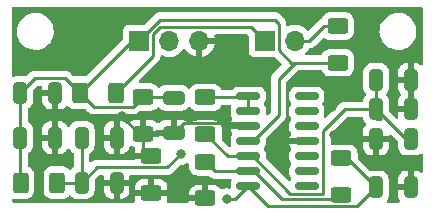
<source format=gtl>
%TF.GenerationSoftware,KiCad,Pcbnew,(6.0.4)*%
%TF.CreationDate,2022-07-28T21:40:12+10:00*%
%TF.ProjectId,GSR Sensor,47535220-5365-46e7-936f-722e6b696361,rev?*%
%TF.SameCoordinates,Original*%
%TF.FileFunction,Copper,L1,Top*%
%TF.FilePolarity,Positive*%
%FSLAX46Y46*%
G04 Gerber Fmt 4.6, Leading zero omitted, Abs format (unit mm)*
G04 Created by KiCad (PCBNEW (6.0.4)) date 2022-07-28 21:40:12*
%MOMM*%
%LPD*%
G01*
G04 APERTURE LIST*
G04 Aperture macros list*
%AMRoundRect*
0 Rectangle with rounded corners*
0 $1 Rounding radius*
0 $2 $3 $4 $5 $6 $7 $8 $9 X,Y pos of 4 corners*
0 Add a 4 corners polygon primitive as box body*
4,1,4,$2,$3,$4,$5,$6,$7,$8,$9,$2,$3,0*
0 Add four circle primitives for the rounded corners*
1,1,$1+$1,$2,$3*
1,1,$1+$1,$4,$5*
1,1,$1+$1,$6,$7*
1,1,$1+$1,$8,$9*
0 Add four rect primitives between the rounded corners*
20,1,$1+$1,$2,$3,$4,$5,0*
20,1,$1+$1,$4,$5,$6,$7,0*
20,1,$1+$1,$6,$7,$8,$9,0*
20,1,$1+$1,$8,$9,$2,$3,0*%
G04 Aperture macros list end*
%TA.AperFunction,SMDPad,CuDef*%
%ADD10RoundRect,0.250000X-0.325000X-0.650000X0.325000X-0.650000X0.325000X0.650000X-0.325000X0.650000X0*%
%TD*%
%TA.AperFunction,SMDPad,CuDef*%
%ADD11RoundRect,0.250000X-0.625000X0.400000X-0.625000X-0.400000X0.625000X-0.400000X0.625000X0.400000X0*%
%TD*%
%TA.AperFunction,SMDPad,CuDef*%
%ADD12RoundRect,0.250000X-0.400000X-0.625000X0.400000X-0.625000X0.400000X0.625000X-0.400000X0.625000X0*%
%TD*%
%TA.AperFunction,ComponentPad*%
%ADD13R,1.700000X1.700000*%
%TD*%
%TA.AperFunction,ComponentPad*%
%ADD14O,1.700000X1.700000*%
%TD*%
%TA.AperFunction,SMDPad,CuDef*%
%ADD15RoundRect,0.150000X-0.825000X-0.150000X0.825000X-0.150000X0.825000X0.150000X-0.825000X0.150000X0*%
%TD*%
%TA.AperFunction,SMDPad,CuDef*%
%ADD16RoundRect,0.250000X0.400000X0.625000X-0.400000X0.625000X-0.400000X-0.625000X0.400000X-0.625000X0*%
%TD*%
%TA.AperFunction,SMDPad,CuDef*%
%ADD17RoundRect,0.250000X0.325000X0.650000X-0.325000X0.650000X-0.325000X-0.650000X0.325000X-0.650000X0*%
%TD*%
%TA.AperFunction,SMDPad,CuDef*%
%ADD18RoundRect,0.250000X-0.650000X0.325000X-0.650000X-0.325000X0.650000X-0.325000X0.650000X0.325000X0*%
%TD*%
%TA.AperFunction,ViaPad*%
%ADD19C,0.800000*%
%TD*%
%TA.AperFunction,Conductor*%
%ADD20C,0.250000*%
%TD*%
G04 APERTURE END LIST*
D10*
%TO.P,C5,1*%
%TO.N,Net-(C4-Pad1)*%
X156350000Y-99100000D03*
%TO.P,C5,2*%
%TO.N,GND*%
X159300000Y-99100000D03*
%TD*%
D11*
%TO.P,R4,1*%
%TO.N,Net-(R4-Pad1)*%
X141900000Y-106050000D03*
%TO.P,R4,2*%
%TO.N,GND*%
X141900000Y-109150000D03*
%TD*%
%TO.P,R5,1*%
%TO.N,Net-(C7-Pad1)*%
X153400000Y-105750000D03*
%TO.P,R5,2*%
%TO.N,Net-(R4-Pad1)*%
X153400000Y-108850000D03*
%TD*%
D12*
%TO.P,R6,1*%
%TO.N,+3V3*%
X126250000Y-107800000D03*
%TO.P,R6,2*%
%TO.N,Net-(C8-Pad1)*%
X129350000Y-107800000D03*
%TD*%
D13*
%TO.P,J1,1,Pin_1*%
%TO.N,+3V3*%
X136275000Y-95800000D03*
D14*
%TO.P,J1,2,Pin_2*%
%TO.N,Net-(C7-Pad1)*%
X138815000Y-95800000D03*
%TO.P,J1,3,Pin_3*%
%TO.N,GND*%
X141355000Y-95800000D03*
%TD*%
D11*
%TO.P,R2,1*%
%TO.N,GND*%
X137300000Y-105550000D03*
%TO.P,R2,2*%
X137300000Y-108650000D03*
%TD*%
D10*
%TO.P,C7,1*%
%TO.N,Net-(C7-Pad1)*%
X156325000Y-108200000D03*
%TO.P,C7,2*%
%TO.N,GND*%
X159275000Y-108200000D03*
%TD*%
%TO.P,C2,1*%
%TO.N,+3V3*%
X126225000Y-104000000D03*
%TO.P,C2,2*%
%TO.N,GND*%
X129175000Y-104000000D03*
%TD*%
%TO.P,C8,1*%
%TO.N,Net-(C8-Pad1)*%
X131425000Y-107800000D03*
%TO.P,C8,2*%
%TO.N,GND*%
X134375000Y-107800000D03*
%TD*%
%TO.P,C6,1*%
%TO.N,Net-(C4-Pad1)*%
X156350000Y-101600000D03*
%TO.P,C6,2*%
%TO.N,GND*%
X159300000Y-101600000D03*
%TD*%
%TO.P,C9,1*%
%TO.N,Net-(C8-Pad1)*%
X131425000Y-104000000D03*
%TO.P,C9,2*%
%TO.N,GND*%
X134375000Y-104000000D03*
%TD*%
D15*
%TO.P,U3,1*%
%TO.N,Net-(R3-Pad1)*%
X145525000Y-100490000D03*
%TO.P,U3,2,-*%
X145525000Y-101760000D03*
%TO.P,U3,3,+*%
%TO.N,GND*%
X145525000Y-103030000D03*
%TO.P,U3,4,V+*%
%TO.N,+3V3*%
X145525000Y-104300000D03*
%TO.P,U3,5,+*%
%TO.N,Net-(C4-Pad1)*%
X145525000Y-105570000D03*
%TO.P,U3,6,-*%
%TO.N,Net-(R4-Pad1)*%
X145525000Y-106840000D03*
%TO.P,U3,7*%
%TO.N,Net-(C7-Pad1)*%
X145525000Y-108110000D03*
%TO.P,U3,8*%
%TO.N,N/C*%
X150475000Y-108110000D03*
%TO.P,U3,9*%
X150475000Y-106840000D03*
%TO.P,U3,10*%
X150475000Y-105570000D03*
%TO.P,U3,11,V-*%
%TO.N,GND*%
X150475000Y-104300000D03*
%TO.P,U3,12*%
%TO.N,N/C*%
X150475000Y-103030000D03*
%TO.P,U3,13*%
X150475000Y-101760000D03*
%TO.P,U3,14*%
X150475000Y-100490000D03*
%TD*%
D13*
%TO.P,J2,1,Pin_1*%
%TO.N,Net-(J2-Pad1)*%
X146925000Y-95800000D03*
D14*
%TO.P,J2,2,Pin_2*%
%TO.N,Net-(J2-Pad2)*%
X149465000Y-95800000D03*
%TD*%
D16*
%TO.P,R7,1*%
%TO.N,Net-(J2-Pad1)*%
X134350000Y-100200000D03*
%TO.P,R7,2*%
%TO.N,+3V3*%
X131250000Y-100200000D03*
%TD*%
D11*
%TO.P,R3,1*%
%TO.N,Net-(R3-Pad1)*%
X141900000Y-100600000D03*
%TO.P,R3,2*%
%TO.N,Net-(C4-Pad1)*%
X141900000Y-103700000D03*
%TD*%
D17*
%TO.P,C4,1*%
%TO.N,Net-(C4-Pad1)*%
X159300000Y-104100000D03*
%TO.P,C4,2*%
%TO.N,GND*%
X156350000Y-104100000D03*
%TD*%
D11*
%TO.P,R8,1*%
%TO.N,Net-(J2-Pad2)*%
X153100000Y-94550000D03*
%TO.P,R8,2*%
%TO.N,+3V3*%
X153100000Y-97650000D03*
%TD*%
%TO.P,R1,1*%
%TO.N,+3V3*%
X136600000Y-100550000D03*
%TO.P,R1,2*%
%TO.N,GND*%
X136600000Y-103650000D03*
%TD*%
D18*
%TO.P,C3,1*%
%TO.N,+3V3*%
X139200000Y-100625000D03*
%TO.P,C3,2*%
%TO.N,GND*%
X139200000Y-103575000D03*
%TD*%
D10*
%TO.P,C1,1*%
%TO.N,+3V3*%
X126225000Y-100200000D03*
%TO.P,C1,2*%
%TO.N,GND*%
X129175000Y-100200000D03*
%TD*%
D19*
%TO.N,GND*%
X152600000Y-101400000D03*
X134800000Y-102200000D03*
X139700000Y-107600000D03*
X152800000Y-103800000D03*
X152600000Y-100300000D03*
X139700000Y-108900000D03*
%TO.N,Net-(C7-Pad1)*%
X143700000Y-109200000D03*
%TO.N,Net-(C8-Pad1)*%
X139800000Y-105400000D03*
%TD*%
D20*
%TO.N,+3V3*%
X139125000Y-100550000D02*
X139200000Y-100625000D01*
X147749022Y-94000000D02*
X148099511Y-94350489D01*
X148100000Y-102101072D02*
X145901072Y-104300000D01*
X138075000Y-94000000D02*
X147749022Y-94000000D01*
X149150000Y-97650000D02*
X149450000Y-97650000D01*
X149450000Y-97650000D02*
X148100000Y-99000000D01*
X145901072Y-104300000D02*
X145525000Y-104300000D01*
X126225000Y-100200000D02*
X126225000Y-104000000D01*
X131250000Y-100200000D02*
X132449520Y-101399520D01*
X127449520Y-98975480D02*
X126225000Y-100200000D01*
X126225000Y-107775000D02*
X126250000Y-107800000D01*
X148099511Y-94350489D02*
X148099511Y-96599511D01*
X149450000Y-97650000D02*
X153100000Y-97650000D01*
X135650000Y-95800000D02*
X131250000Y-100200000D01*
X131250000Y-100200000D02*
X130025480Y-98975480D01*
X136275000Y-95800000D02*
X135650000Y-95800000D01*
X126225000Y-104000000D02*
X126225000Y-107775000D01*
X136275000Y-95800000D02*
X138075000Y-94000000D01*
X132449520Y-101399520D02*
X135750480Y-101399520D01*
X148099511Y-96599511D02*
X149150000Y-97650000D01*
X130025480Y-98975480D02*
X127449520Y-98975480D01*
X136600000Y-100550000D02*
X139125000Y-100550000D01*
X135750480Y-101399520D02*
X136600000Y-100550000D01*
X148100000Y-99000000D02*
X148100000Y-102101072D01*
%TO.N,GND*%
X159375000Y-108375000D02*
X159350000Y-108400000D01*
X159275000Y-108200000D02*
X159275000Y-108475000D01*
X136600000Y-103650000D02*
X136250000Y-103650000D01*
X145525000Y-103030000D02*
X145220480Y-102725480D01*
X136250000Y-103650000D02*
X134800000Y-102200000D01*
X159325000Y-99775000D02*
X159300000Y-99800000D01*
X145220480Y-102725480D02*
X140049520Y-102725480D01*
X140049520Y-102725480D02*
X139200000Y-103575000D01*
X136600000Y-103650000D02*
X139125000Y-103650000D01*
X139125000Y-103650000D02*
X139200000Y-103575000D01*
X136600000Y-103650000D02*
X136600000Y-105650000D01*
%TO.N,Net-(C4-Pad1)*%
X156350000Y-102400000D02*
X156350000Y-99800000D01*
X141900000Y-103700000D02*
X143770000Y-105570000D01*
X158850000Y-104100000D02*
X156350000Y-101600000D01*
X151877987Y-103422013D02*
X153700000Y-101600000D01*
X145525000Y-105570000D02*
X145901072Y-105570000D01*
X151877987Y-108734520D02*
X151877987Y-103422013D01*
X153700000Y-101600000D02*
X156350000Y-101600000D01*
X156350000Y-102400000D02*
X156800000Y-102400000D01*
X149065592Y-108734520D02*
X151877987Y-108734520D01*
X159300000Y-104100000D02*
X158850000Y-104100000D01*
X143770000Y-105570000D02*
X145525000Y-105570000D01*
X145901072Y-105570000D02*
X149065592Y-108734520D01*
%TO.N,Net-(C7-Pad1)*%
X153875000Y-105750000D02*
X156325000Y-108200000D01*
X143700000Y-109200000D02*
X144435000Y-109200000D01*
X156325000Y-108200000D02*
X154700480Y-109824520D01*
X153400000Y-105750000D02*
X153875000Y-105750000D01*
X147239520Y-109824520D02*
X145525000Y-108110000D01*
X144435000Y-109200000D02*
X145525000Y-108110000D01*
X154700480Y-109824520D02*
X147239520Y-109824520D01*
%TO.N,Net-(R3-Pad1)*%
X145415000Y-100600000D02*
X145525000Y-100490000D01*
X145525000Y-100490000D02*
X145525000Y-101760000D01*
X141900000Y-100600000D02*
X145415000Y-100600000D01*
%TO.N,Net-(R4-Pad1)*%
X142690000Y-106840000D02*
X145525000Y-106840000D01*
X146040000Y-106840000D02*
X148384040Y-109184040D01*
X145525000Y-106840000D02*
X146040000Y-106840000D01*
X153400000Y-108850000D02*
X153065960Y-109184040D01*
X141900000Y-106050000D02*
X142690000Y-106840000D01*
X153065960Y-109184040D02*
X148384040Y-109184040D01*
%TO.N,Net-(C8-Pad1)*%
X139800000Y-105400000D02*
X138675480Y-106524520D01*
X131425000Y-104000000D02*
X131425000Y-107800000D01*
X138675480Y-106524520D02*
X132700480Y-106524520D01*
X129350000Y-107800000D02*
X131425000Y-107800000D01*
X132700480Y-106524520D02*
X131425000Y-107800000D01*
%TO.N,Net-(J2-Pad1)*%
X145750489Y-94625489D02*
X138085229Y-94625489D01*
X138085229Y-94625489D02*
X137449511Y-95261207D01*
X137449511Y-97100489D02*
X134350000Y-100200000D01*
X137449511Y-95261207D02*
X137449511Y-97100489D01*
X146925000Y-95800000D02*
X145750489Y-94625489D01*
%TO.N,Net-(J2-Pad2)*%
X150700000Y-95800000D02*
X149465000Y-95800000D01*
X153100000Y-94550000D02*
X151950000Y-94550000D01*
X151950000Y-94550000D02*
X150700000Y-95800000D01*
%TD*%
%TA.AperFunction,Conductor*%
%TO.N,GND*%
G36*
X128034121Y-99628982D02*
G01*
X128080614Y-99682638D01*
X128092000Y-99734980D01*
X128092000Y-99927885D01*
X128096475Y-99943124D01*
X128097865Y-99944329D01*
X128105548Y-99946000D01*
X129303000Y-99946000D01*
X129371121Y-99966002D01*
X129417614Y-100019658D01*
X129429000Y-100072000D01*
X129429000Y-101589884D01*
X129433475Y-101605123D01*
X129434865Y-101606328D01*
X129442548Y-101607999D01*
X129547095Y-101607999D01*
X129553614Y-101607662D01*
X129649206Y-101597743D01*
X129662600Y-101594851D01*
X129816784Y-101543412D01*
X129829962Y-101537239D01*
X129967807Y-101451937D01*
X129979208Y-101442901D01*
X130097887Y-101324016D01*
X130160170Y-101289937D01*
X130230990Y-101294940D01*
X130276077Y-101323861D01*
X130376697Y-101424305D01*
X130382927Y-101428145D01*
X130382928Y-101428146D01*
X130499479Y-101499989D01*
X130527262Y-101517115D01*
X130587934Y-101537239D01*
X130688611Y-101570632D01*
X130688613Y-101570632D01*
X130695139Y-101572797D01*
X130701975Y-101573497D01*
X130701978Y-101573498D01*
X130745031Y-101577909D01*
X130799600Y-101583500D01*
X131685406Y-101583500D01*
X131753527Y-101603502D01*
X131774501Y-101620405D01*
X131945863Y-101791767D01*
X131953407Y-101800057D01*
X131957520Y-101806538D01*
X131963297Y-101811963D01*
X132007187Y-101853178D01*
X132010029Y-101855933D01*
X132029750Y-101875654D01*
X132032945Y-101878132D01*
X132041967Y-101885838D01*
X132074199Y-101916106D01*
X132081148Y-101919926D01*
X132091952Y-101925866D01*
X132108476Y-101936719D01*
X132124479Y-101949133D01*
X132165063Y-101966696D01*
X132175693Y-101971903D01*
X132214460Y-101993215D01*
X132222137Y-101995186D01*
X132222142Y-101995188D01*
X132234078Y-101998252D01*
X132252786Y-102004657D01*
X132271375Y-102012701D01*
X132279200Y-102013940D01*
X132279202Y-102013941D01*
X132315039Y-102019617D01*
X132326660Y-102022024D01*
X132358479Y-102030193D01*
X132369490Y-102033020D01*
X132389751Y-102033020D01*
X132409460Y-102034571D01*
X132429463Y-102037739D01*
X132437355Y-102036993D01*
X132442582Y-102036499D01*
X132473474Y-102033579D01*
X132485331Y-102033020D01*
X135671713Y-102033020D01*
X135682896Y-102033547D01*
X135690389Y-102035222D01*
X135698315Y-102034973D01*
X135698316Y-102034973D01*
X135758466Y-102033082D01*
X135762425Y-102033020D01*
X135790336Y-102033020D01*
X135794271Y-102032523D01*
X135794336Y-102032515D01*
X135806173Y-102031582D01*
X135838431Y-102030568D01*
X135842450Y-102030442D01*
X135850369Y-102030193D01*
X135869823Y-102024541D01*
X135889180Y-102020533D01*
X135901410Y-102018988D01*
X135901411Y-102018988D01*
X135909277Y-102017994D01*
X135916648Y-102015075D01*
X135916650Y-102015075D01*
X135950392Y-102001716D01*
X135961622Y-101997871D01*
X135996463Y-101987749D01*
X135996464Y-101987749D01*
X136004073Y-101985538D01*
X136010892Y-101981505D01*
X136010897Y-101981503D01*
X136021508Y-101975227D01*
X136039256Y-101966532D01*
X136058097Y-101959072D01*
X136078467Y-101944273D01*
X136093867Y-101933084D01*
X136103787Y-101926568D01*
X136135015Y-101908100D01*
X136135018Y-101908098D01*
X136141842Y-101904062D01*
X136156163Y-101889741D01*
X136171197Y-101876900D01*
X136173025Y-101875572D01*
X136187587Y-101864992D01*
X136215778Y-101830915D01*
X136223768Y-101822136D01*
X136300499Y-101745405D01*
X136362811Y-101711379D01*
X136389594Y-101708500D01*
X137275400Y-101708500D01*
X137278646Y-101708163D01*
X137278650Y-101708163D01*
X137374308Y-101698238D01*
X137374312Y-101698237D01*
X137381166Y-101697526D01*
X137387702Y-101695345D01*
X137387704Y-101695345D01*
X137519806Y-101651272D01*
X137548946Y-101641550D01*
X137699348Y-101548478D01*
X137798263Y-101449390D01*
X137860544Y-101415312D01*
X137931364Y-101420315D01*
X137976453Y-101449236D01*
X138027295Y-101499989D01*
X138076697Y-101549305D01*
X138082927Y-101553145D01*
X138082928Y-101553146D01*
X138220090Y-101637694D01*
X138227262Y-101642115D01*
X138307005Y-101668564D01*
X138388611Y-101695632D01*
X138388613Y-101695632D01*
X138395139Y-101697797D01*
X138401975Y-101698497D01*
X138401978Y-101698498D01*
X138445031Y-101702909D01*
X138499600Y-101708500D01*
X139900400Y-101708500D01*
X139903646Y-101708163D01*
X139903650Y-101708163D01*
X139999308Y-101698238D01*
X139999312Y-101698237D01*
X140006166Y-101697526D01*
X140012702Y-101695345D01*
X140012704Y-101695345D01*
X140144806Y-101651272D01*
X140173946Y-101641550D01*
X140324348Y-101548478D01*
X140449305Y-101423303D01*
X140449453Y-101423064D01*
X140505013Y-101383674D01*
X140575936Y-101380444D01*
X140637346Y-101416071D01*
X140653115Y-101436523D01*
X140676522Y-101474348D01*
X140801697Y-101599305D01*
X140807927Y-101603145D01*
X140807928Y-101603146D01*
X140945090Y-101687694D01*
X140952262Y-101692115D01*
X141032005Y-101718564D01*
X141113611Y-101745632D01*
X141113613Y-101745632D01*
X141120139Y-101747797D01*
X141126975Y-101748497D01*
X141126978Y-101748498D01*
X141170031Y-101752909D01*
X141224600Y-101758500D01*
X142575400Y-101758500D01*
X142578646Y-101758163D01*
X142578650Y-101758163D01*
X142674308Y-101748238D01*
X142674312Y-101748237D01*
X142681166Y-101747526D01*
X142687702Y-101745345D01*
X142687704Y-101745345D01*
X142828900Y-101698238D01*
X142848946Y-101691550D01*
X142999348Y-101598478D01*
X143024285Y-101573498D01*
X143119134Y-101478483D01*
X143124305Y-101473303D01*
X143128146Y-101467072D01*
X143213275Y-101328968D01*
X143213276Y-101328966D01*
X143217115Y-101322738D01*
X143219419Y-101315791D01*
X143222513Y-101309156D01*
X143224749Y-101310199D01*
X143258523Y-101261462D01*
X143324091Y-101234234D01*
X143337672Y-101233500D01*
X143955839Y-101233500D01*
X144023960Y-101253502D01*
X144070453Y-101307158D01*
X144080557Y-101377432D01*
X144076836Y-101394652D01*
X144046233Y-101499989D01*
X144046232Y-101499993D01*
X144044438Y-101506169D01*
X144043934Y-101512574D01*
X144043933Y-101512579D01*
X144041947Y-101537816D01*
X144041500Y-101543498D01*
X144041500Y-101976502D01*
X144041693Y-101978950D01*
X144041693Y-101978958D01*
X144043539Y-102002407D01*
X144044438Y-102013831D01*
X144064392Y-102082513D01*
X144085536Y-102155291D01*
X144090855Y-102173601D01*
X144120618Y-102223928D01*
X144169841Y-102307158D01*
X144175547Y-102316807D01*
X144178487Y-102319747D01*
X144203820Y-102384266D01*
X144189921Y-102453889D01*
X144177874Y-102472636D01*
X144171910Y-102480324D01*
X144095352Y-102609779D01*
X144089107Y-102624210D01*
X144050061Y-102758605D01*
X144050101Y-102772706D01*
X144057370Y-102776000D01*
X145653000Y-102776000D01*
X145721121Y-102796002D01*
X145767614Y-102849658D01*
X145779000Y-102902000D01*
X145779000Y-103158000D01*
X145758998Y-103226121D01*
X145705342Y-103272614D01*
X145653000Y-103284000D01*
X144063122Y-103284000D01*
X144049591Y-103287973D01*
X144048456Y-103295871D01*
X144089107Y-103435790D01*
X144095352Y-103450221D01*
X144171911Y-103579677D01*
X144177871Y-103587360D01*
X144203820Y-103653444D01*
X144189922Y-103723067D01*
X144179579Y-103739161D01*
X144175547Y-103743193D01*
X144090855Y-103886399D01*
X144088644Y-103894010D01*
X144088643Y-103894012D01*
X144085741Y-103904000D01*
X144044438Y-104046169D01*
X144041500Y-104083498D01*
X144041500Y-104516502D01*
X144041693Y-104518950D01*
X144041693Y-104518958D01*
X144043173Y-104537753D01*
X144044438Y-104553831D01*
X144046231Y-104560003D01*
X144046232Y-104560008D01*
X144069156Y-104638911D01*
X144068953Y-104709907D01*
X144030399Y-104769524D01*
X143965734Y-104798832D01*
X143895490Y-104788528D01*
X143859064Y-104763159D01*
X143320405Y-104224500D01*
X143286379Y-104162188D01*
X143283500Y-104135405D01*
X143283500Y-103249600D01*
X143283163Y-103246350D01*
X143273238Y-103150692D01*
X143273237Y-103150688D01*
X143272526Y-103143834D01*
X143216550Y-102976054D01*
X143123478Y-102825652D01*
X143111696Y-102813890D01*
X143003483Y-102705866D01*
X142998303Y-102700695D01*
X142935827Y-102662184D01*
X142853968Y-102611725D01*
X142853966Y-102611724D01*
X142847738Y-102607885D01*
X142767995Y-102581436D01*
X142686389Y-102554368D01*
X142686387Y-102554368D01*
X142679861Y-102552203D01*
X142673025Y-102551503D01*
X142673022Y-102551502D01*
X142629969Y-102547091D01*
X142575400Y-102541500D01*
X141224600Y-102541500D01*
X141221354Y-102541837D01*
X141221350Y-102541837D01*
X141125692Y-102551762D01*
X141125688Y-102551763D01*
X141118834Y-102552474D01*
X141112298Y-102554655D01*
X141112296Y-102554655D01*
X140999377Y-102592328D01*
X140951054Y-102608450D01*
X140800652Y-102701522D01*
X140675695Y-102826697D01*
X140675346Y-102827263D01*
X140619658Y-102866744D01*
X140548735Y-102869974D01*
X140487325Y-102834348D01*
X140471551Y-102813890D01*
X140451935Y-102782190D01*
X140442901Y-102770792D01*
X140328171Y-102656261D01*
X140316760Y-102647249D01*
X140178757Y-102562184D01*
X140165576Y-102556037D01*
X140011290Y-102504862D01*
X139997914Y-102501995D01*
X139903562Y-102492328D01*
X139897145Y-102492000D01*
X139472115Y-102492000D01*
X139456876Y-102496475D01*
X139455671Y-102497865D01*
X139454000Y-102505548D01*
X139454000Y-103703000D01*
X139433998Y-103771121D01*
X139380342Y-103817614D01*
X139328000Y-103829000D01*
X138041115Y-103829000D01*
X138025876Y-103833475D01*
X138003611Y-103859170D01*
X138002189Y-103857938D01*
X137997185Y-103867100D01*
X137934871Y-103901122D01*
X137908094Y-103904000D01*
X136472000Y-103904000D01*
X136403879Y-103883998D01*
X136357386Y-103830342D01*
X136346000Y-103778000D01*
X136346000Y-103377885D01*
X136854000Y-103377885D01*
X136858475Y-103393124D01*
X136859865Y-103394329D01*
X136867548Y-103396000D01*
X137733885Y-103396000D01*
X137749124Y-103391525D01*
X137771389Y-103365830D01*
X137772811Y-103367062D01*
X137777815Y-103357900D01*
X137840129Y-103323878D01*
X137866906Y-103321000D01*
X138927885Y-103321000D01*
X138943124Y-103316525D01*
X138944329Y-103315135D01*
X138946000Y-103307452D01*
X138946000Y-102510116D01*
X138941525Y-102494877D01*
X138940135Y-102493672D01*
X138932452Y-102492001D01*
X138502905Y-102492001D01*
X138496386Y-102492338D01*
X138400794Y-102502257D01*
X138387400Y-102505149D01*
X138233216Y-102556588D01*
X138220038Y-102562761D01*
X138082193Y-102648063D01*
X138070792Y-102657099D01*
X137976738Y-102751316D01*
X137914455Y-102785395D01*
X137843635Y-102780392D01*
X137798547Y-102751471D01*
X137703171Y-102656261D01*
X137691760Y-102647249D01*
X137553757Y-102562184D01*
X137540576Y-102556037D01*
X137386290Y-102504862D01*
X137372914Y-102501995D01*
X137278562Y-102492328D01*
X137272145Y-102492000D01*
X136872115Y-102492000D01*
X136856876Y-102496475D01*
X136855671Y-102497865D01*
X136854000Y-102505548D01*
X136854000Y-103377885D01*
X136346000Y-103377885D01*
X136346000Y-102510116D01*
X136341525Y-102494877D01*
X136340135Y-102493672D01*
X136332452Y-102492001D01*
X135927905Y-102492001D01*
X135921386Y-102492338D01*
X135825794Y-102502257D01*
X135812400Y-102505149D01*
X135658216Y-102556588D01*
X135645038Y-102562761D01*
X135507193Y-102648063D01*
X135495792Y-102657099D01*
X135376695Y-102776403D01*
X135314412Y-102810482D01*
X135243592Y-102805479D01*
X135198505Y-102776559D01*
X135178172Y-102756262D01*
X135166760Y-102747249D01*
X135028757Y-102662184D01*
X135015576Y-102656037D01*
X134861290Y-102604862D01*
X134847914Y-102601995D01*
X134753562Y-102592328D01*
X134747145Y-102592000D01*
X134647115Y-102592000D01*
X134631876Y-102596475D01*
X134630671Y-102597865D01*
X134629000Y-102605548D01*
X134629000Y-105389884D01*
X134633475Y-105405123D01*
X134634865Y-105406328D01*
X134642548Y-105407999D01*
X134747095Y-105407999D01*
X134753614Y-105407662D01*
X134849206Y-105397743D01*
X134862600Y-105394851D01*
X135016784Y-105343412D01*
X135029962Y-105337239D01*
X135167807Y-105251937D01*
X135179208Y-105242901D01*
X135293739Y-105128171D01*
X135302751Y-105116760D01*
X135387816Y-104978757D01*
X135393963Y-104965576D01*
X135447304Y-104804759D01*
X135448496Y-104805154D01*
X135478953Y-104748973D01*
X135541161Y-104714759D01*
X135611992Y-104719609D01*
X135634431Y-104730536D01*
X135646242Y-104737816D01*
X135659424Y-104743963D01*
X135813710Y-104795138D01*
X135827086Y-104798005D01*
X135831485Y-104798456D01*
X135897212Y-104825298D01*
X135937994Y-104883413D01*
X135940882Y-104954351D01*
X135938235Y-104963469D01*
X135929862Y-104988713D01*
X135926995Y-105002086D01*
X135917328Y-105096438D01*
X135917000Y-105102855D01*
X135917000Y-105277885D01*
X135921475Y-105293124D01*
X135922865Y-105294329D01*
X135930548Y-105296000D01*
X137428000Y-105296000D01*
X137496121Y-105316002D01*
X137542614Y-105369658D01*
X137554000Y-105422000D01*
X137554000Y-105678000D01*
X137533998Y-105746121D01*
X137480342Y-105792614D01*
X137428000Y-105804000D01*
X135935116Y-105804000D01*
X135919877Y-105808475D01*
X135902627Y-105828383D01*
X135888574Y-105854117D01*
X135826261Y-105888141D01*
X135799480Y-105891020D01*
X132779247Y-105891020D01*
X132768064Y-105890493D01*
X132760571Y-105888818D01*
X132752645Y-105889067D01*
X132752644Y-105889067D01*
X132692494Y-105890958D01*
X132688535Y-105891020D01*
X132660624Y-105891020D01*
X132656690Y-105891517D01*
X132656689Y-105891517D01*
X132656624Y-105891525D01*
X132644787Y-105892458D01*
X132612970Y-105893458D01*
X132608509Y-105893598D01*
X132600590Y-105893847D01*
X132582934Y-105898976D01*
X132581138Y-105899498D01*
X132561786Y-105903506D01*
X132554715Y-105904400D01*
X132541683Y-105906046D01*
X132534314Y-105908963D01*
X132534312Y-105908964D01*
X132500577Y-105922320D01*
X132489349Y-105926165D01*
X132446887Y-105938502D01*
X132440064Y-105942537D01*
X132440062Y-105942538D01*
X132429452Y-105948813D01*
X132411704Y-105957508D01*
X132392863Y-105964968D01*
X132386447Y-105969630D01*
X132386446Y-105969630D01*
X132357093Y-105990956D01*
X132347173Y-105997472D01*
X132315945Y-106015940D01*
X132315942Y-106015942D01*
X132309118Y-106019978D01*
X132294797Y-106034299D01*
X132279764Y-106047139D01*
X132263373Y-106059048D01*
X132262399Y-106057707D01*
X132207406Y-106085531D01*
X132136784Y-106078247D01*
X132081312Y-106033937D01*
X132058500Y-105961631D01*
X132058500Y-105421311D01*
X132078502Y-105353190D01*
X132118196Y-105314167D01*
X132224348Y-105248478D01*
X132349305Y-105123303D01*
X132359906Y-105106105D01*
X132438275Y-104978968D01*
X132438276Y-104978966D01*
X132442115Y-104972738D01*
X132497797Y-104804861D01*
X132498500Y-104798005D01*
X132503740Y-104746854D01*
X132508500Y-104700400D01*
X132508500Y-104697095D01*
X133292001Y-104697095D01*
X133292338Y-104703614D01*
X133302257Y-104799206D01*
X133305149Y-104812600D01*
X133356588Y-104966784D01*
X133362761Y-104979962D01*
X133448063Y-105117807D01*
X133457099Y-105129208D01*
X133571829Y-105243739D01*
X133583240Y-105252751D01*
X133721243Y-105337816D01*
X133734424Y-105343963D01*
X133888710Y-105395138D01*
X133902086Y-105398005D01*
X133996438Y-105407672D01*
X134002854Y-105408000D01*
X134102885Y-105408000D01*
X134118124Y-105403525D01*
X134119329Y-105402135D01*
X134121000Y-105394452D01*
X134121000Y-104272115D01*
X134116525Y-104256876D01*
X134115135Y-104255671D01*
X134107452Y-104254000D01*
X133310116Y-104254000D01*
X133294877Y-104258475D01*
X133293672Y-104259865D01*
X133292001Y-104267548D01*
X133292001Y-104697095D01*
X132508500Y-104697095D01*
X132508500Y-103727885D01*
X133292000Y-103727885D01*
X133296475Y-103743124D01*
X133297865Y-103744329D01*
X133305548Y-103746000D01*
X134102885Y-103746000D01*
X134118124Y-103741525D01*
X134119329Y-103740135D01*
X134121000Y-103732452D01*
X134121000Y-102610116D01*
X134116525Y-102594877D01*
X134115135Y-102593672D01*
X134107452Y-102592001D01*
X134002905Y-102592001D01*
X133996386Y-102592338D01*
X133900794Y-102602257D01*
X133887400Y-102605149D01*
X133733216Y-102656588D01*
X133720038Y-102662761D01*
X133582193Y-102748063D01*
X133570792Y-102757099D01*
X133456261Y-102871829D01*
X133447249Y-102883240D01*
X133362184Y-103021243D01*
X133356037Y-103034424D01*
X133304862Y-103188710D01*
X133301995Y-103202086D01*
X133292328Y-103296438D01*
X133292000Y-103302855D01*
X133292000Y-103727885D01*
X132508500Y-103727885D01*
X132508500Y-103299600D01*
X132507294Y-103287973D01*
X132498238Y-103200692D01*
X132498237Y-103200688D01*
X132497526Y-103193834D01*
X132478664Y-103137296D01*
X132443868Y-103033002D01*
X132441550Y-103026054D01*
X132348478Y-102875652D01*
X132223303Y-102750695D01*
X132188953Y-102729521D01*
X132078968Y-102661725D01*
X132078966Y-102661724D01*
X132072738Y-102657885D01*
X131992995Y-102631436D01*
X131911389Y-102604368D01*
X131911387Y-102604368D01*
X131904861Y-102602203D01*
X131898025Y-102601503D01*
X131898022Y-102601502D01*
X131851493Y-102596735D01*
X131800400Y-102591500D01*
X131049600Y-102591500D01*
X131046354Y-102591837D01*
X131046350Y-102591837D01*
X130950692Y-102601762D01*
X130950688Y-102601763D01*
X130943834Y-102602474D01*
X130937298Y-102604655D01*
X130937296Y-102604655D01*
X130879277Y-102624012D01*
X130776054Y-102658450D01*
X130625652Y-102751522D01*
X130500695Y-102876697D01*
X130496855Y-102882927D01*
X130496854Y-102882928D01*
X130439698Y-102975652D01*
X130407885Y-103027262D01*
X130405564Y-103025832D01*
X130366983Y-103069646D01*
X130298705Y-103089104D01*
X130230746Y-103068559D01*
X130193010Y-103025082D01*
X130191094Y-103026268D01*
X130101937Y-102882193D01*
X130092901Y-102870792D01*
X129978171Y-102756261D01*
X129966760Y-102747249D01*
X129828757Y-102662184D01*
X129815576Y-102656037D01*
X129661290Y-102604862D01*
X129647914Y-102601995D01*
X129553562Y-102592328D01*
X129547145Y-102592000D01*
X129447115Y-102592000D01*
X129431876Y-102596475D01*
X129430671Y-102597865D01*
X129429000Y-102605548D01*
X129429000Y-105389884D01*
X129433475Y-105405123D01*
X129434865Y-105406328D01*
X129442548Y-105407999D01*
X129547095Y-105407999D01*
X129553614Y-105407662D01*
X129649206Y-105397743D01*
X129662600Y-105394851D01*
X129816784Y-105343412D01*
X129829962Y-105337239D01*
X129967807Y-105251937D01*
X129979208Y-105242901D01*
X130093739Y-105128171D01*
X130102751Y-105116760D01*
X130191658Y-104972525D01*
X130194041Y-104973994D01*
X130232427Y-104930375D01*
X130300699Y-104910896D01*
X130368664Y-104931419D01*
X130406592Y-104975096D01*
X130408450Y-104973946D01*
X130501522Y-105124348D01*
X130626697Y-105249305D01*
X130708500Y-105299729D01*
X130731616Y-105313978D01*
X130779109Y-105366750D01*
X130791500Y-105421238D01*
X130791500Y-106378689D01*
X130771498Y-106446810D01*
X130731804Y-106485833D01*
X130625652Y-106551522D01*
X130620479Y-106556704D01*
X130501759Y-106675631D01*
X130439476Y-106709710D01*
X130368656Y-106704707D01*
X130323570Y-106675787D01*
X130223303Y-106575695D01*
X130192494Y-106556704D01*
X130078968Y-106486725D01*
X130078966Y-106486724D01*
X130072738Y-106482885D01*
X129992995Y-106456436D01*
X129911389Y-106429368D01*
X129911387Y-106429368D01*
X129904861Y-106427203D01*
X129898025Y-106426503D01*
X129898022Y-106426502D01*
X129854969Y-106422091D01*
X129800400Y-106416500D01*
X128899600Y-106416500D01*
X128896354Y-106416837D01*
X128896350Y-106416837D01*
X128800692Y-106426762D01*
X128800688Y-106426763D01*
X128793834Y-106427474D01*
X128787298Y-106429655D01*
X128787296Y-106429655D01*
X128774237Y-106434012D01*
X128626054Y-106483450D01*
X128475652Y-106576522D01*
X128350695Y-106701697D01*
X128346855Y-106707927D01*
X128346854Y-106707928D01*
X128288709Y-106802257D01*
X128257885Y-106852262D01*
X128255581Y-106859209D01*
X128208253Y-107001900D01*
X128202203Y-107020139D01*
X128201503Y-107026975D01*
X128201502Y-107026978D01*
X128200875Y-107033100D01*
X128191500Y-107124600D01*
X128191500Y-108475400D01*
X128191837Y-108478646D01*
X128191837Y-108478650D01*
X128198349Y-108541405D01*
X128202474Y-108581166D01*
X128204655Y-108587702D01*
X128204655Y-108587704D01*
X128218933Y-108630500D01*
X128258450Y-108748946D01*
X128351522Y-108899348D01*
X128476697Y-109024305D01*
X128482927Y-109028145D01*
X128482928Y-109028146D01*
X128620090Y-109112694D01*
X128627262Y-109117115D01*
X128687934Y-109137239D01*
X128788611Y-109170632D01*
X128788613Y-109170632D01*
X128795139Y-109172797D01*
X128801975Y-109173497D01*
X128801978Y-109173498D01*
X128845031Y-109177909D01*
X128899600Y-109183500D01*
X129800400Y-109183500D01*
X129803646Y-109183163D01*
X129803650Y-109183163D01*
X129899308Y-109173238D01*
X129899312Y-109173237D01*
X129906166Y-109172526D01*
X129912702Y-109170345D01*
X129912704Y-109170345D01*
X130044806Y-109126272D01*
X130073946Y-109116550D01*
X130224348Y-109023478D01*
X130323252Y-108924401D01*
X130385533Y-108890323D01*
X130456353Y-108895326D01*
X130499319Y-108926555D01*
X130501522Y-108924348D01*
X130626697Y-109049305D01*
X130632927Y-109053145D01*
X130632928Y-109053146D01*
X130770288Y-109137816D01*
X130777262Y-109142115D01*
X130833343Y-109160716D01*
X130938611Y-109195632D01*
X130938613Y-109195632D01*
X130945139Y-109197797D01*
X130951975Y-109198497D01*
X130951978Y-109198498D01*
X130995031Y-109202909D01*
X131049600Y-109208500D01*
X131800400Y-109208500D01*
X131803646Y-109208163D01*
X131803650Y-109208163D01*
X131899308Y-109198238D01*
X131899312Y-109198237D01*
X131906166Y-109197526D01*
X131912702Y-109195345D01*
X131912704Y-109195345D01*
X132044806Y-109151272D01*
X132073946Y-109141550D01*
X132224348Y-109048478D01*
X132349305Y-108923303D01*
X132360174Y-108905671D01*
X132438275Y-108778968D01*
X132438276Y-108778966D01*
X132442115Y-108772738D01*
X132497797Y-108604861D01*
X132500359Y-108579861D01*
X132504299Y-108541405D01*
X132508500Y-108500400D01*
X132508500Y-108497095D01*
X133292001Y-108497095D01*
X133292338Y-108503614D01*
X133302257Y-108599206D01*
X133305149Y-108612600D01*
X133356588Y-108766784D01*
X133362761Y-108779962D01*
X133448063Y-108917807D01*
X133457099Y-108929208D01*
X133571829Y-109043739D01*
X133583240Y-109052751D01*
X133721243Y-109137816D01*
X133734424Y-109143963D01*
X133888710Y-109195138D01*
X133902086Y-109198005D01*
X133996438Y-109207672D01*
X134002854Y-109208000D01*
X134102885Y-109208000D01*
X134118124Y-109203525D01*
X134119329Y-109202135D01*
X134121000Y-109194452D01*
X134121000Y-109189884D01*
X134629000Y-109189884D01*
X134633475Y-109205123D01*
X134634865Y-109206328D01*
X134642548Y-109207999D01*
X134747095Y-109207999D01*
X134753614Y-109207662D01*
X134849206Y-109197743D01*
X134862600Y-109194851D01*
X135016784Y-109143412D01*
X135029962Y-109137239D01*
X135167807Y-109051937D01*
X135179208Y-109042901D01*
X135293739Y-108928171D01*
X135302751Y-108916760D01*
X135326714Y-108877885D01*
X140517000Y-108877885D01*
X140521475Y-108893124D01*
X140522865Y-108894329D01*
X140530548Y-108896000D01*
X141627885Y-108896000D01*
X141643124Y-108891525D01*
X141644329Y-108890135D01*
X141646000Y-108882452D01*
X141646000Y-108010116D01*
X141641525Y-107994877D01*
X141640135Y-107993672D01*
X141632452Y-107992001D01*
X141227905Y-107992001D01*
X141221386Y-107992338D01*
X141125794Y-108002257D01*
X141112400Y-108005149D01*
X140958216Y-108056588D01*
X140945038Y-108062761D01*
X140807193Y-108148063D01*
X140795792Y-108157099D01*
X140681261Y-108271829D01*
X140672249Y-108283240D01*
X140587184Y-108421243D01*
X140581037Y-108434424D01*
X140529862Y-108588710D01*
X140526995Y-108602086D01*
X140517328Y-108696438D01*
X140517000Y-108702855D01*
X140517000Y-108877885D01*
X135326714Y-108877885D01*
X135387816Y-108778757D01*
X135393963Y-108765576D01*
X135445138Y-108611290D01*
X135448005Y-108597914D01*
X135457672Y-108503562D01*
X135458000Y-108497146D01*
X135458000Y-108377885D01*
X135917000Y-108377885D01*
X135921475Y-108393124D01*
X135922865Y-108394329D01*
X135930548Y-108396000D01*
X137027885Y-108396000D01*
X137043124Y-108391525D01*
X137044329Y-108390135D01*
X137046000Y-108382452D01*
X137046000Y-108377885D01*
X137554000Y-108377885D01*
X137558475Y-108393124D01*
X137559865Y-108394329D01*
X137567548Y-108396000D01*
X138664884Y-108396000D01*
X138680123Y-108391525D01*
X138681328Y-108390135D01*
X138682999Y-108382452D01*
X138682999Y-108202905D01*
X138682662Y-108196386D01*
X138672743Y-108100794D01*
X138669851Y-108087400D01*
X138618412Y-107933216D01*
X138612239Y-107920038D01*
X138526937Y-107782193D01*
X138517901Y-107770792D01*
X138403171Y-107656261D01*
X138391760Y-107647249D01*
X138253757Y-107562184D01*
X138240576Y-107556037D01*
X138086290Y-107504862D01*
X138072914Y-107501995D01*
X137978562Y-107492328D01*
X137972145Y-107492000D01*
X137572115Y-107492000D01*
X137556876Y-107496475D01*
X137555671Y-107497865D01*
X137554000Y-107505548D01*
X137554000Y-108377885D01*
X137046000Y-108377885D01*
X137046000Y-107510116D01*
X137041525Y-107494877D01*
X137040135Y-107493672D01*
X137032452Y-107492001D01*
X136627905Y-107492001D01*
X136621386Y-107492338D01*
X136525794Y-107502257D01*
X136512400Y-107505149D01*
X136358216Y-107556588D01*
X136345038Y-107562761D01*
X136207193Y-107648063D01*
X136195792Y-107657099D01*
X136081261Y-107771829D01*
X136072249Y-107783240D01*
X135987184Y-107921243D01*
X135981037Y-107934424D01*
X135929862Y-108088710D01*
X135926995Y-108102086D01*
X135917328Y-108196438D01*
X135917000Y-108202855D01*
X135917000Y-108377885D01*
X135458000Y-108377885D01*
X135458000Y-108072115D01*
X135453525Y-108056876D01*
X135452135Y-108055671D01*
X135444452Y-108054000D01*
X134647115Y-108054000D01*
X134631876Y-108058475D01*
X134630671Y-108059865D01*
X134629000Y-108067548D01*
X134629000Y-109189884D01*
X134121000Y-109189884D01*
X134121000Y-108072115D01*
X134116525Y-108056876D01*
X134115135Y-108055671D01*
X134107452Y-108054000D01*
X133310116Y-108054000D01*
X133294877Y-108058475D01*
X133293672Y-108059865D01*
X133292001Y-108067548D01*
X133292001Y-108497095D01*
X132508500Y-108497095D01*
X132508500Y-107664595D01*
X132528502Y-107596474D01*
X132545405Y-107575500D01*
X132925980Y-107194925D01*
X132988292Y-107160899D01*
X133015075Y-107158020D01*
X133166000Y-107158020D01*
X133234121Y-107178022D01*
X133280614Y-107231678D01*
X133292000Y-107284020D01*
X133292000Y-107527885D01*
X133296475Y-107543124D01*
X133297865Y-107544329D01*
X133305548Y-107546000D01*
X135439884Y-107546000D01*
X135455123Y-107541525D01*
X135456328Y-107540135D01*
X135457999Y-107532452D01*
X135457999Y-107284020D01*
X135478001Y-107215899D01*
X135531657Y-107169406D01*
X135583999Y-107158020D01*
X138596713Y-107158020D01*
X138607896Y-107158547D01*
X138615389Y-107160222D01*
X138623315Y-107159973D01*
X138623316Y-107159973D01*
X138683466Y-107158082D01*
X138687425Y-107158020D01*
X138715336Y-107158020D01*
X138719271Y-107157523D01*
X138719336Y-107157515D01*
X138731173Y-107156582D01*
X138763431Y-107155568D01*
X138767450Y-107155442D01*
X138775369Y-107155193D01*
X138794823Y-107149541D01*
X138814180Y-107145533D01*
X138826410Y-107143988D01*
X138826411Y-107143988D01*
X138834277Y-107142994D01*
X138841648Y-107140075D01*
X138841650Y-107140075D01*
X138875392Y-107126716D01*
X138886622Y-107122871D01*
X138921463Y-107112749D01*
X138921464Y-107112749D01*
X138929073Y-107110538D01*
X138935892Y-107106505D01*
X138935897Y-107106503D01*
X138946508Y-107100227D01*
X138964256Y-107091532D01*
X138983097Y-107084072D01*
X139001807Y-107070479D01*
X139018867Y-107058084D01*
X139028787Y-107051568D01*
X139060015Y-107033100D01*
X139060018Y-107033098D01*
X139066842Y-107029062D01*
X139081163Y-107014741D01*
X139096197Y-107001900D01*
X139106174Y-106994651D01*
X139112587Y-106989992D01*
X139140778Y-106955915D01*
X139148768Y-106947136D01*
X139750499Y-106345405D01*
X139812811Y-106311379D01*
X139839594Y-106308500D01*
X139895487Y-106308500D01*
X139901939Y-106307128D01*
X139901944Y-106307128D01*
X140019100Y-106282225D01*
X140082288Y-106268794D01*
X140125199Y-106249689D01*
X140250722Y-106193803D01*
X140250724Y-106193802D01*
X140256752Y-106191118D01*
X140262094Y-106187237D01*
X140316439Y-106147753D01*
X140383307Y-106123894D01*
X140452459Y-106139975D01*
X140501939Y-106190889D01*
X140516500Y-106249689D01*
X140516500Y-106500400D01*
X140516837Y-106503646D01*
X140516837Y-106503650D01*
X140524936Y-106581704D01*
X140527474Y-106606166D01*
X140529655Y-106612702D01*
X140529655Y-106612704D01*
X140558997Y-106700652D01*
X140583450Y-106773946D01*
X140676522Y-106924348D01*
X140801697Y-107049305D01*
X140807927Y-107053145D01*
X140807928Y-107053146D01*
X140923848Y-107124600D01*
X140952262Y-107142115D01*
X141032005Y-107168564D01*
X141113611Y-107195632D01*
X141113613Y-107195632D01*
X141120139Y-107197797D01*
X141126975Y-107198497D01*
X141126978Y-107198498D01*
X141170031Y-107202909D01*
X141224600Y-107208500D01*
X142108133Y-107208500D01*
X142176254Y-107228502D01*
X142197608Y-107247436D01*
X142198000Y-107247018D01*
X142247667Y-107293658D01*
X142250509Y-107296413D01*
X142270231Y-107316135D01*
X142273373Y-107318572D01*
X142273433Y-107318619D01*
X142282445Y-107326317D01*
X142308036Y-107350347D01*
X142314679Y-107356586D01*
X142321622Y-107360403D01*
X142332431Y-107366345D01*
X142348953Y-107377198D01*
X142364959Y-107389614D01*
X142372237Y-107392764D01*
X142372238Y-107392764D01*
X142405537Y-107407174D01*
X142416187Y-107412391D01*
X142454940Y-107433695D01*
X142462615Y-107435666D01*
X142462616Y-107435666D01*
X142474562Y-107438733D01*
X142493267Y-107445137D01*
X142511855Y-107453181D01*
X142519678Y-107454420D01*
X142519688Y-107454423D01*
X142555524Y-107460099D01*
X142567144Y-107462505D01*
X142602289Y-107471528D01*
X142609970Y-107473500D01*
X142630224Y-107473500D01*
X142649934Y-107475051D01*
X142669943Y-107478220D01*
X142677835Y-107477474D01*
X142713961Y-107474059D01*
X142725819Y-107473500D01*
X144001776Y-107473500D01*
X144069897Y-107493502D01*
X144116390Y-107547158D01*
X144126494Y-107617432D01*
X144110231Y-107663636D01*
X144090855Y-107696399D01*
X144044438Y-107856169D01*
X144041500Y-107893498D01*
X144041500Y-108188194D01*
X144021498Y-108256315D01*
X143967842Y-108302808D01*
X143897568Y-108312912D01*
X143889303Y-108311441D01*
X143801944Y-108292872D01*
X143801939Y-108292872D01*
X143795487Y-108291500D01*
X143604513Y-108291500D01*
X143598061Y-108292872D01*
X143598056Y-108292872D01*
X143511113Y-108311353D01*
X143417712Y-108331206D01*
X143314025Y-108377370D01*
X143243659Y-108386804D01*
X143179362Y-108356698D01*
X143155632Y-108328565D01*
X143126935Y-108282190D01*
X143117901Y-108270792D01*
X143003171Y-108156261D01*
X142991760Y-108147249D01*
X142853757Y-108062184D01*
X142840576Y-108056037D01*
X142686290Y-108004862D01*
X142672914Y-108001995D01*
X142578562Y-107992328D01*
X142572145Y-107992000D01*
X142172115Y-107992000D01*
X142156876Y-107996475D01*
X142155671Y-107997865D01*
X142154000Y-108005548D01*
X142154000Y-109278000D01*
X142133998Y-109346121D01*
X142080342Y-109392614D01*
X142028000Y-109404000D01*
X140535116Y-109404000D01*
X140519877Y-109408475D01*
X140503054Y-109427889D01*
X140488472Y-109454595D01*
X140426160Y-109488620D01*
X140399376Y-109491500D01*
X138751739Y-109491500D01*
X138683618Y-109471498D01*
X138637125Y-109417842D01*
X138627021Y-109347568D01*
X138632146Y-109325833D01*
X138670137Y-109211293D01*
X138673005Y-109197914D01*
X138682672Y-109103562D01*
X138683000Y-109097146D01*
X138683000Y-108922115D01*
X138678525Y-108906876D01*
X138677135Y-108905671D01*
X138669452Y-108904000D01*
X135935116Y-108904000D01*
X135919877Y-108908475D01*
X135918672Y-108909865D01*
X135917001Y-108917548D01*
X135917001Y-109097095D01*
X135917338Y-109103614D01*
X135927257Y-109199206D01*
X135930149Y-109212600D01*
X135967856Y-109325624D01*
X135970440Y-109396574D01*
X135934256Y-109457658D01*
X135870792Y-109489482D01*
X135848332Y-109491500D01*
X125634500Y-109491500D01*
X125566379Y-109471498D01*
X125519886Y-109417842D01*
X125508500Y-109365500D01*
X125508500Y-109285434D01*
X125528502Y-109217313D01*
X125582158Y-109170820D01*
X125652432Y-109160716D01*
X125674167Y-109165841D01*
X125688611Y-109170632D01*
X125688613Y-109170632D01*
X125695139Y-109172797D01*
X125701975Y-109173497D01*
X125701978Y-109173498D01*
X125745031Y-109177909D01*
X125799600Y-109183500D01*
X126700400Y-109183500D01*
X126703646Y-109183163D01*
X126703650Y-109183163D01*
X126799308Y-109173238D01*
X126799312Y-109173237D01*
X126806166Y-109172526D01*
X126812702Y-109170345D01*
X126812704Y-109170345D01*
X126944806Y-109126272D01*
X126973946Y-109116550D01*
X127124348Y-109023478D01*
X127249305Y-108898303D01*
X127322252Y-108779962D01*
X127338275Y-108753968D01*
X127338276Y-108753966D01*
X127342115Y-108747738D01*
X127389505Y-108604861D01*
X127395632Y-108586389D01*
X127395632Y-108586387D01*
X127397797Y-108579861D01*
X127408500Y-108475400D01*
X127408500Y-107124600D01*
X127408163Y-107121350D01*
X127398238Y-107025692D01*
X127398237Y-107025688D01*
X127397526Y-107018834D01*
X127393821Y-107007727D01*
X127343868Y-106858002D01*
X127341550Y-106851054D01*
X127248478Y-106700652D01*
X127123303Y-106575695D01*
X127092494Y-106556704D01*
X126978968Y-106486725D01*
X126978966Y-106486724D01*
X126972738Y-106482885D01*
X126944830Y-106473628D01*
X126886472Y-106433197D01*
X126859236Y-106367633D01*
X126858500Y-106354036D01*
X126858500Y-105421311D01*
X126878502Y-105353190D01*
X126918196Y-105314167D01*
X127024348Y-105248478D01*
X127149305Y-105123303D01*
X127159906Y-105106105D01*
X127238275Y-104978968D01*
X127238276Y-104978966D01*
X127242115Y-104972738D01*
X127297797Y-104804861D01*
X127298500Y-104798005D01*
X127303740Y-104746854D01*
X127308500Y-104700400D01*
X127308500Y-104697095D01*
X128092001Y-104697095D01*
X128092338Y-104703614D01*
X128102257Y-104799206D01*
X128105149Y-104812600D01*
X128156588Y-104966784D01*
X128162761Y-104979962D01*
X128248063Y-105117807D01*
X128257099Y-105129208D01*
X128371829Y-105243739D01*
X128383240Y-105252751D01*
X128521243Y-105337816D01*
X128534424Y-105343963D01*
X128688710Y-105395138D01*
X128702086Y-105398005D01*
X128796438Y-105407672D01*
X128802854Y-105408000D01*
X128902885Y-105408000D01*
X128918124Y-105403525D01*
X128919329Y-105402135D01*
X128921000Y-105394452D01*
X128921000Y-104272115D01*
X128916525Y-104256876D01*
X128915135Y-104255671D01*
X128907452Y-104254000D01*
X128110116Y-104254000D01*
X128094877Y-104258475D01*
X128093672Y-104259865D01*
X128092001Y-104267548D01*
X128092001Y-104697095D01*
X127308500Y-104697095D01*
X127308500Y-103727885D01*
X128092000Y-103727885D01*
X128096475Y-103743124D01*
X128097865Y-103744329D01*
X128105548Y-103746000D01*
X128902885Y-103746000D01*
X128918124Y-103741525D01*
X128919329Y-103740135D01*
X128921000Y-103732452D01*
X128921000Y-102610116D01*
X128916525Y-102594877D01*
X128915135Y-102593672D01*
X128907452Y-102592001D01*
X128802905Y-102592001D01*
X128796386Y-102592338D01*
X128700794Y-102602257D01*
X128687400Y-102605149D01*
X128533216Y-102656588D01*
X128520038Y-102662761D01*
X128382193Y-102748063D01*
X128370792Y-102757099D01*
X128256261Y-102871829D01*
X128247249Y-102883240D01*
X128162184Y-103021243D01*
X128156037Y-103034424D01*
X128104862Y-103188710D01*
X128101995Y-103202086D01*
X128092328Y-103296438D01*
X128092000Y-103302855D01*
X128092000Y-103727885D01*
X127308500Y-103727885D01*
X127308500Y-103299600D01*
X127307294Y-103287973D01*
X127298238Y-103200692D01*
X127298237Y-103200688D01*
X127297526Y-103193834D01*
X127278664Y-103137296D01*
X127243868Y-103033002D01*
X127241550Y-103026054D01*
X127148478Y-102875652D01*
X127023303Y-102750695D01*
X126918383Y-102686021D01*
X126870891Y-102633250D01*
X126858500Y-102578762D01*
X126858500Y-101621311D01*
X126878502Y-101553190D01*
X126918196Y-101514167D01*
X127024348Y-101448478D01*
X127149305Y-101323303D01*
X127153146Y-101317072D01*
X127238275Y-101178968D01*
X127238276Y-101178966D01*
X127242115Y-101172738D01*
X127284447Y-101045110D01*
X127295632Y-101011389D01*
X127295632Y-101011387D01*
X127297797Y-101004861D01*
X127298521Y-100997801D01*
X127306587Y-100919071D01*
X127308500Y-100900400D01*
X127308500Y-100897095D01*
X128092001Y-100897095D01*
X128092338Y-100903614D01*
X128102257Y-100999206D01*
X128105149Y-101012600D01*
X128156588Y-101166784D01*
X128162761Y-101179962D01*
X128248063Y-101317807D01*
X128257099Y-101329208D01*
X128371829Y-101443739D01*
X128383240Y-101452751D01*
X128521243Y-101537816D01*
X128534424Y-101543963D01*
X128688710Y-101595138D01*
X128702086Y-101598005D01*
X128796438Y-101607672D01*
X128802854Y-101608000D01*
X128902885Y-101608000D01*
X128918124Y-101603525D01*
X128919329Y-101602135D01*
X128921000Y-101594452D01*
X128921000Y-100472115D01*
X128916525Y-100456876D01*
X128915135Y-100455671D01*
X128907452Y-100454000D01*
X128110116Y-100454000D01*
X128094877Y-100458475D01*
X128093672Y-100459865D01*
X128092001Y-100467548D01*
X128092001Y-100897095D01*
X127308500Y-100897095D01*
X127308500Y-100064595D01*
X127328502Y-99996474D01*
X127345405Y-99975500D01*
X127675020Y-99645885D01*
X127737332Y-99611859D01*
X127764115Y-99608980D01*
X127966000Y-99608980D01*
X128034121Y-99628982D01*
G37*
%TD.AperFunction*%
%TA.AperFunction,Conductor*%
G36*
X155214077Y-102253502D02*
G01*
X155260570Y-102307158D01*
X155271283Y-102346497D01*
X155275160Y-102383861D01*
X155277474Y-102406166D01*
X155279655Y-102412702D01*
X155279655Y-102412704D01*
X155313101Y-102512952D01*
X155333450Y-102573946D01*
X155426522Y-102724348D01*
X155431704Y-102729521D01*
X155463463Y-102761225D01*
X155497542Y-102823508D01*
X155492539Y-102894328D01*
X155463618Y-102939416D01*
X155431261Y-102971829D01*
X155422249Y-102983240D01*
X155337184Y-103121243D01*
X155331037Y-103134424D01*
X155279862Y-103288710D01*
X155276995Y-103302086D01*
X155267328Y-103396438D01*
X155267000Y-103402855D01*
X155267000Y-103827885D01*
X155271475Y-103843124D01*
X155272865Y-103844329D01*
X155280548Y-103846000D01*
X157414884Y-103846000D01*
X157430123Y-103841525D01*
X157439813Y-103830342D01*
X157463278Y-103787370D01*
X157525591Y-103753346D01*
X157596406Y-103758412D01*
X157641467Y-103787372D01*
X158179595Y-104325500D01*
X158213621Y-104387812D01*
X158216500Y-104414595D01*
X158216500Y-104800400D01*
X158216837Y-104803646D01*
X158216837Y-104803650D01*
X158226752Y-104899206D01*
X158227474Y-104906166D01*
X158229655Y-104912702D01*
X158229655Y-104912704D01*
X158261761Y-105008936D01*
X158283450Y-105073946D01*
X158376522Y-105224348D01*
X158381704Y-105229521D01*
X158400694Y-105248478D01*
X158501697Y-105349305D01*
X158507927Y-105353145D01*
X158507928Y-105353146D01*
X158645288Y-105437816D01*
X158652262Y-105442115D01*
X158693265Y-105455715D01*
X158813611Y-105495632D01*
X158813613Y-105495632D01*
X158820139Y-105497797D01*
X158826975Y-105498497D01*
X158826978Y-105498498D01*
X158870031Y-105502909D01*
X158924600Y-105508500D01*
X159675400Y-105508500D01*
X159678646Y-105508163D01*
X159678650Y-105508163D01*
X159774308Y-105498238D01*
X159774312Y-105498237D01*
X159781166Y-105497526D01*
X159787702Y-105495345D01*
X159787704Y-105495345D01*
X159919806Y-105451272D01*
X159948946Y-105441550D01*
X159955913Y-105437239D01*
X160019737Y-105397743D01*
X160099198Y-105348571D01*
X160167649Y-105329733D01*
X160235418Y-105350894D01*
X160280989Y-105405335D01*
X160291500Y-105455715D01*
X160291500Y-106865402D01*
X160271498Y-106933523D01*
X160217842Y-106980016D01*
X160147568Y-106990120D01*
X160082988Y-106960626D01*
X160078992Y-106956910D01*
X160066760Y-106947249D01*
X159928757Y-106862184D01*
X159915576Y-106856037D01*
X159761290Y-106804862D01*
X159747914Y-106801995D01*
X159653562Y-106792328D01*
X159647145Y-106792000D01*
X159547115Y-106792000D01*
X159531876Y-106796475D01*
X159530671Y-106797865D01*
X159529000Y-106805548D01*
X159529000Y-108328000D01*
X159508998Y-108396121D01*
X159455342Y-108442614D01*
X159403000Y-108454000D01*
X158210116Y-108454000D01*
X158194877Y-108458475D01*
X158193672Y-108459865D01*
X158192001Y-108467548D01*
X158192001Y-108897095D01*
X158192338Y-108903614D01*
X158202257Y-108999206D01*
X158205149Y-109012600D01*
X158256588Y-109166784D01*
X158262760Y-109179958D01*
X158336547Y-109299196D01*
X158355385Y-109367648D01*
X158334224Y-109435418D01*
X158279783Y-109480989D01*
X158229403Y-109491500D01*
X157371309Y-109491500D01*
X157303188Y-109471498D01*
X157256695Y-109417842D01*
X157246591Y-109347568D01*
X157264049Y-109299384D01*
X157338275Y-109178968D01*
X157338276Y-109178966D01*
X157342115Y-109172738D01*
X157397797Y-109004861D01*
X157408500Y-108900400D01*
X157408500Y-107927885D01*
X158192000Y-107927885D01*
X158196475Y-107943124D01*
X158197865Y-107944329D01*
X158205548Y-107946000D01*
X159002885Y-107946000D01*
X159018124Y-107941525D01*
X159019329Y-107940135D01*
X159021000Y-107932452D01*
X159021000Y-106810116D01*
X159016525Y-106794877D01*
X159015135Y-106793672D01*
X159007452Y-106792001D01*
X158902905Y-106792001D01*
X158896386Y-106792338D01*
X158800794Y-106802257D01*
X158787400Y-106805149D01*
X158633216Y-106856588D01*
X158620038Y-106862761D01*
X158482193Y-106948063D01*
X158470792Y-106957099D01*
X158356261Y-107071829D01*
X158347249Y-107083240D01*
X158262184Y-107221243D01*
X158256037Y-107234424D01*
X158204862Y-107388710D01*
X158201995Y-107402086D01*
X158192328Y-107496438D01*
X158192000Y-107502855D01*
X158192000Y-107927885D01*
X157408500Y-107927885D01*
X157408500Y-107499600D01*
X157407885Y-107493672D01*
X157398238Y-107400692D01*
X157398237Y-107400688D01*
X157397526Y-107393834D01*
X157391978Y-107377203D01*
X157343868Y-107233002D01*
X157341550Y-107226054D01*
X157248478Y-107075652D01*
X157123303Y-106950695D01*
X157081023Y-106924633D01*
X156978968Y-106861725D01*
X156978966Y-106861724D01*
X156972738Y-106857885D01*
X156892995Y-106831436D01*
X156811389Y-106804368D01*
X156811387Y-106804368D01*
X156804861Y-106802203D01*
X156798025Y-106801503D01*
X156798022Y-106801502D01*
X156754969Y-106797091D01*
X156700400Y-106791500D01*
X155949600Y-106791500D01*
X155946356Y-106791837D01*
X155946348Y-106791837D01*
X155884976Y-106798205D01*
X155815155Y-106785340D01*
X155782878Y-106761973D01*
X154820405Y-105799500D01*
X154786379Y-105737188D01*
X154783500Y-105710405D01*
X154783500Y-105299600D01*
X154783163Y-105296350D01*
X154773238Y-105200692D01*
X154773237Y-105200688D01*
X154772526Y-105193834D01*
X154757760Y-105149573D01*
X154718868Y-105033002D01*
X154716550Y-105026054D01*
X154623478Y-104875652D01*
X154544784Y-104797095D01*
X155267001Y-104797095D01*
X155267338Y-104803614D01*
X155277257Y-104899206D01*
X155280149Y-104912600D01*
X155331588Y-105066784D01*
X155337761Y-105079962D01*
X155423063Y-105217807D01*
X155432099Y-105229208D01*
X155546829Y-105343739D01*
X155558240Y-105352751D01*
X155696243Y-105437816D01*
X155709424Y-105443963D01*
X155863710Y-105495138D01*
X155877086Y-105498005D01*
X155971438Y-105507672D01*
X155977854Y-105508000D01*
X156077885Y-105508000D01*
X156093124Y-105503525D01*
X156094329Y-105502135D01*
X156096000Y-105494452D01*
X156096000Y-105489884D01*
X156604000Y-105489884D01*
X156608475Y-105505123D01*
X156609865Y-105506328D01*
X156617548Y-105507999D01*
X156722095Y-105507999D01*
X156728614Y-105507662D01*
X156824206Y-105497743D01*
X156837600Y-105494851D01*
X156991784Y-105443412D01*
X157004962Y-105437239D01*
X157142807Y-105351937D01*
X157154208Y-105342901D01*
X157268739Y-105228171D01*
X157277751Y-105216760D01*
X157362816Y-105078757D01*
X157368963Y-105065576D01*
X157420138Y-104911290D01*
X157423005Y-104897914D01*
X157432672Y-104803562D01*
X157433000Y-104797146D01*
X157433000Y-104372115D01*
X157428525Y-104356876D01*
X157427135Y-104355671D01*
X157419452Y-104354000D01*
X156622115Y-104354000D01*
X156606876Y-104358475D01*
X156605671Y-104359865D01*
X156604000Y-104367548D01*
X156604000Y-105489884D01*
X156096000Y-105489884D01*
X156096000Y-104372115D01*
X156091525Y-104356876D01*
X156090135Y-104355671D01*
X156082452Y-104354000D01*
X155285116Y-104354000D01*
X155269877Y-104358475D01*
X155268672Y-104359865D01*
X155267001Y-104367548D01*
X155267001Y-104797095D01*
X154544784Y-104797095D01*
X154498303Y-104750695D01*
X154487382Y-104743963D01*
X154353968Y-104661725D01*
X154353966Y-104661724D01*
X154347738Y-104657885D01*
X154267995Y-104631436D01*
X154186389Y-104604368D01*
X154186387Y-104604368D01*
X154179861Y-104602203D01*
X154173025Y-104601503D01*
X154173022Y-104601502D01*
X154129969Y-104597091D01*
X154075400Y-104591500D01*
X152724600Y-104591500D01*
X152721356Y-104591837D01*
X152721348Y-104591837D01*
X152650490Y-104599189D01*
X152580669Y-104586324D01*
X152528887Y-104537753D01*
X152511487Y-104473862D01*
X152511487Y-103736607D01*
X152531489Y-103668486D01*
X152548392Y-103647512D01*
X153925499Y-102270405D01*
X153987811Y-102236379D01*
X154014594Y-102233500D01*
X155145956Y-102233500D01*
X155214077Y-102253502D01*
G37*
%TD.AperFunction*%
%TA.AperFunction,Conductor*%
G36*
X160233621Y-92928502D02*
G01*
X160280114Y-92982158D01*
X160291500Y-93034500D01*
X160291500Y-97744930D01*
X160271498Y-97813051D01*
X160217842Y-97859544D01*
X160147568Y-97869648D01*
X160099322Y-97848930D01*
X160097991Y-97851090D01*
X159953757Y-97762184D01*
X159940576Y-97756037D01*
X159786290Y-97704862D01*
X159772914Y-97701995D01*
X159678562Y-97692328D01*
X159672145Y-97692000D01*
X159572115Y-97692000D01*
X159556876Y-97696475D01*
X159555671Y-97697865D01*
X159554000Y-97705548D01*
X159554000Y-101728000D01*
X159533998Y-101796121D01*
X159480342Y-101842614D01*
X159428000Y-101854000D01*
X158235116Y-101854000D01*
X158219877Y-101858475D01*
X158218672Y-101859865D01*
X158217001Y-101867548D01*
X158217001Y-102266906D01*
X158196999Y-102335027D01*
X158143343Y-102381520D01*
X158073069Y-102391624D01*
X158008489Y-102362130D01*
X158001906Y-102356001D01*
X157470405Y-101824500D01*
X157436379Y-101762188D01*
X157433500Y-101735405D01*
X157433500Y-101327885D01*
X158217000Y-101327885D01*
X158221475Y-101343124D01*
X158222865Y-101344329D01*
X158230548Y-101346000D01*
X159027885Y-101346000D01*
X159043124Y-101341525D01*
X159044329Y-101340135D01*
X159046000Y-101332452D01*
X159046000Y-99372115D01*
X159041525Y-99356876D01*
X159040135Y-99355671D01*
X159032452Y-99354000D01*
X158235116Y-99354000D01*
X158219877Y-99358475D01*
X158218672Y-99359865D01*
X158217001Y-99367548D01*
X158217001Y-99797095D01*
X158217338Y-99803614D01*
X158227257Y-99899206D01*
X158230149Y-99912600D01*
X158281588Y-100066784D01*
X158287761Y-100079962D01*
X158373063Y-100217807D01*
X158382099Y-100229208D01*
X158413817Y-100260871D01*
X158447896Y-100323154D01*
X158442893Y-100393974D01*
X158413971Y-100439063D01*
X158381261Y-100471829D01*
X158372249Y-100483240D01*
X158287184Y-100621243D01*
X158281037Y-100634424D01*
X158229862Y-100788710D01*
X158226995Y-100802086D01*
X158217328Y-100896438D01*
X158217000Y-100902855D01*
X158217000Y-101327885D01*
X157433500Y-101327885D01*
X157433500Y-100899600D01*
X157428701Y-100853344D01*
X157423238Y-100800692D01*
X157423237Y-100800688D01*
X157422526Y-100793834D01*
X157413247Y-100766020D01*
X157368868Y-100633002D01*
X157366550Y-100626054D01*
X157273478Y-100475652D01*
X157268296Y-100470479D01*
X157268292Y-100470474D01*
X157236892Y-100439129D01*
X157202812Y-100376847D01*
X157207815Y-100306027D01*
X157236735Y-100260939D01*
X157269133Y-100228484D01*
X157274305Y-100223303D01*
X157367115Y-100072738D01*
X157394912Y-99988931D01*
X157420632Y-99911389D01*
X157420632Y-99911387D01*
X157422797Y-99904861D01*
X157424029Y-99892842D01*
X157429412Y-99840296D01*
X157433500Y-99800400D01*
X157433500Y-98827885D01*
X158217000Y-98827885D01*
X158221475Y-98843124D01*
X158222865Y-98844329D01*
X158230548Y-98846000D01*
X159027885Y-98846000D01*
X159043124Y-98841525D01*
X159044329Y-98840135D01*
X159046000Y-98832452D01*
X159046000Y-97710116D01*
X159041525Y-97694877D01*
X159040135Y-97693672D01*
X159032452Y-97692001D01*
X158927905Y-97692001D01*
X158921386Y-97692338D01*
X158825794Y-97702257D01*
X158812400Y-97705149D01*
X158658216Y-97756588D01*
X158645038Y-97762761D01*
X158507193Y-97848063D01*
X158495792Y-97857099D01*
X158381261Y-97971829D01*
X158372249Y-97983240D01*
X158287184Y-98121243D01*
X158281037Y-98134424D01*
X158229862Y-98288710D01*
X158226995Y-98302086D01*
X158217328Y-98396438D01*
X158217000Y-98402855D01*
X158217000Y-98827885D01*
X157433500Y-98827885D01*
X157433500Y-98399600D01*
X157431447Y-98379814D01*
X157423238Y-98300692D01*
X157423237Y-98300688D01*
X157422526Y-98293834D01*
X157419079Y-98283500D01*
X157368868Y-98133002D01*
X157366550Y-98126054D01*
X157273478Y-97975652D01*
X157148303Y-97850695D01*
X157137494Y-97844032D01*
X157003968Y-97761725D01*
X157003966Y-97761724D01*
X156997738Y-97757885D01*
X156856097Y-97710905D01*
X156836389Y-97704368D01*
X156836387Y-97704368D01*
X156829861Y-97702203D01*
X156823025Y-97701503D01*
X156823022Y-97701502D01*
X156779969Y-97697091D01*
X156725400Y-97691500D01*
X155974600Y-97691500D01*
X155971354Y-97691837D01*
X155971350Y-97691837D01*
X155875692Y-97701762D01*
X155875688Y-97701763D01*
X155868834Y-97702474D01*
X155862298Y-97704655D01*
X155862296Y-97704655D01*
X155845928Y-97710116D01*
X155701054Y-97758450D01*
X155550652Y-97851522D01*
X155425695Y-97976697D01*
X155332885Y-98127262D01*
X155309415Y-98198022D01*
X155280109Y-98286379D01*
X155277203Y-98295139D01*
X155266500Y-98399600D01*
X155266500Y-99800400D01*
X155266837Y-99803646D01*
X155266837Y-99803650D01*
X155276752Y-99899206D01*
X155277474Y-99906166D01*
X155279655Y-99912702D01*
X155279655Y-99912704D01*
X155305087Y-99988931D01*
X155333450Y-100073946D01*
X155426522Y-100224348D01*
X155431704Y-100229521D01*
X155431708Y-100229526D01*
X155463108Y-100260871D01*
X155497188Y-100323153D01*
X155492185Y-100393973D01*
X155463265Y-100439061D01*
X155448352Y-100454000D01*
X155425695Y-100476697D01*
X155332885Y-100627262D01*
X155277203Y-100795139D01*
X155276503Y-100801975D01*
X155276502Y-100801978D01*
X155271239Y-100853344D01*
X155244397Y-100919071D01*
X155186282Y-100959852D01*
X155145895Y-100966500D01*
X153778763Y-100966500D01*
X153767579Y-100965973D01*
X153760091Y-100964299D01*
X153752168Y-100964548D01*
X153692033Y-100966438D01*
X153688075Y-100966500D01*
X153660144Y-100966500D01*
X153656229Y-100966995D01*
X153656225Y-100966995D01*
X153656167Y-100967003D01*
X153656138Y-100967006D01*
X153644296Y-100967939D01*
X153600110Y-100969327D01*
X153582744Y-100974372D01*
X153580658Y-100974978D01*
X153561306Y-100978986D01*
X153549068Y-100980532D01*
X153549066Y-100980533D01*
X153541203Y-100981526D01*
X153500086Y-100997806D01*
X153488885Y-101001641D01*
X153446406Y-101013982D01*
X153439587Y-101018015D01*
X153439582Y-101018017D01*
X153428971Y-101024293D01*
X153411221Y-101032990D01*
X153392383Y-101040448D01*
X153385967Y-101045109D01*
X153385966Y-101045110D01*
X153356625Y-101066428D01*
X153346701Y-101072947D01*
X153315460Y-101091422D01*
X153315455Y-101091426D01*
X153308637Y-101095458D01*
X153294313Y-101109782D01*
X153279281Y-101122621D01*
X153262893Y-101134528D01*
X153234712Y-101168593D01*
X153226722Y-101177373D01*
X152124557Y-102279538D01*
X152062245Y-102313564D01*
X151991430Y-102308499D01*
X151934594Y-102265952D01*
X151909783Y-102199432D01*
X151914465Y-102155291D01*
X151953767Y-102020011D01*
X151953768Y-102020007D01*
X151955562Y-102013831D01*
X151956462Y-102002407D01*
X151958307Y-101978958D01*
X151958307Y-101978950D01*
X151958500Y-101976502D01*
X151958500Y-101543498D01*
X151958053Y-101537816D01*
X151956067Y-101512579D01*
X151956066Y-101512574D01*
X151955562Y-101506169D01*
X151909145Y-101346399D01*
X151824453Y-101203193D01*
X151821771Y-101200511D01*
X151796498Y-101136139D01*
X151810400Y-101066516D01*
X151820572Y-101050688D01*
X151824453Y-101046807D01*
X151909145Y-100903601D01*
X151955562Y-100743831D01*
X151956721Y-100729115D01*
X151958307Y-100708958D01*
X151958307Y-100708950D01*
X151958500Y-100706502D01*
X151958500Y-100273498D01*
X151957512Y-100260939D01*
X151956067Y-100242579D01*
X151956066Y-100242574D01*
X151955562Y-100236169D01*
X151909145Y-100076399D01*
X151892107Y-100047589D01*
X151828491Y-99940020D01*
X151828489Y-99940017D01*
X151824453Y-99933193D01*
X151706807Y-99815547D01*
X151699983Y-99811511D01*
X151699980Y-99811509D01*
X151570427Y-99734892D01*
X151570428Y-99734892D01*
X151563601Y-99730855D01*
X151555990Y-99728644D01*
X151555988Y-99728643D01*
X151499193Y-99712143D01*
X151403831Y-99684438D01*
X151397426Y-99683934D01*
X151397421Y-99683933D01*
X151368958Y-99681693D01*
X151368950Y-99681693D01*
X151366502Y-99681500D01*
X149583498Y-99681500D01*
X149581050Y-99681693D01*
X149581042Y-99681693D01*
X149552579Y-99683933D01*
X149552574Y-99683934D01*
X149546169Y-99684438D01*
X149450807Y-99712143D01*
X149394012Y-99728643D01*
X149394010Y-99728644D01*
X149386399Y-99730855D01*
X149379572Y-99734892D01*
X149379573Y-99734892D01*
X149250020Y-99811509D01*
X149250017Y-99811511D01*
X149243193Y-99815547D01*
X149125547Y-99933193D01*
X149121511Y-99940017D01*
X149121509Y-99940020D01*
X149057893Y-100047589D01*
X149040855Y-100076399D01*
X148994438Y-100236169D01*
X148993934Y-100242574D01*
X148993933Y-100242579D01*
X148992488Y-100260939D01*
X148991500Y-100273498D01*
X148991500Y-100706502D01*
X148991693Y-100708950D01*
X148991693Y-100708958D01*
X148993280Y-100729115D01*
X148994438Y-100743831D01*
X149040855Y-100903601D01*
X149125547Y-101046807D01*
X149128229Y-101049489D01*
X149153502Y-101113861D01*
X149139600Y-101183484D01*
X149129428Y-101199312D01*
X149125547Y-101203193D01*
X149040855Y-101346399D01*
X148994438Y-101506169D01*
X148993934Y-101512574D01*
X148993933Y-101512579D01*
X148991947Y-101537816D01*
X148991500Y-101543498D01*
X148991500Y-101976502D01*
X148991693Y-101978950D01*
X148991693Y-101978958D01*
X148993539Y-102002407D01*
X148994438Y-102013831D01*
X149014392Y-102082513D01*
X149035536Y-102155291D01*
X149040855Y-102173601D01*
X149125547Y-102316807D01*
X149128229Y-102319489D01*
X149153502Y-102383861D01*
X149139600Y-102453484D01*
X149129428Y-102469312D01*
X149125547Y-102473193D01*
X149040855Y-102616399D01*
X149038644Y-102624010D01*
X149038643Y-102624012D01*
X149035959Y-102633250D01*
X148994438Y-102776169D01*
X148993934Y-102782574D01*
X148993933Y-102782579D01*
X148992877Y-102796002D01*
X148991500Y-102813498D01*
X148991500Y-103246502D01*
X148994438Y-103283831D01*
X149006073Y-103323878D01*
X149038586Y-103435790D01*
X149040855Y-103443601D01*
X149125547Y-103586807D01*
X149128487Y-103589747D01*
X149153820Y-103654266D01*
X149139921Y-103723889D01*
X149127874Y-103742636D01*
X149121910Y-103750324D01*
X149045352Y-103879779D01*
X149039107Y-103894210D01*
X149000061Y-104028605D01*
X149000101Y-104042706D01*
X149007370Y-104046000D01*
X150603000Y-104046000D01*
X150671121Y-104066002D01*
X150717614Y-104119658D01*
X150729000Y-104172000D01*
X150729000Y-104428000D01*
X150708998Y-104496121D01*
X150655342Y-104542614D01*
X150603000Y-104554000D01*
X149013122Y-104554000D01*
X148999591Y-104557973D01*
X148998456Y-104565871D01*
X149039107Y-104705790D01*
X149045352Y-104720221D01*
X149121911Y-104849677D01*
X149127871Y-104857360D01*
X149153820Y-104923444D01*
X149139922Y-104993067D01*
X149129579Y-105009161D01*
X149125547Y-105013193D01*
X149040855Y-105156399D01*
X148994438Y-105316169D01*
X148993934Y-105322574D01*
X148993933Y-105322579D01*
X148991830Y-105349305D01*
X148991500Y-105353498D01*
X148991500Y-105786502D01*
X148994438Y-105823831D01*
X149019171Y-105908964D01*
X149035442Y-105964968D01*
X149040855Y-105983601D01*
X149125547Y-106126807D01*
X149128229Y-106129489D01*
X149153502Y-106193861D01*
X149139600Y-106263484D01*
X149129428Y-106279312D01*
X149125547Y-106283193D01*
X149040855Y-106426399D01*
X149038644Y-106434010D01*
X149038643Y-106434012D01*
X149025114Y-106480581D01*
X148994438Y-106586169D01*
X148993934Y-106592574D01*
X148993933Y-106592579D01*
X148991693Y-106621042D01*
X148991500Y-106623498D01*
X148991500Y-107056502D01*
X148991693Y-107058950D01*
X148991693Y-107058958D01*
X148993670Y-107084072D01*
X148994438Y-107093831D01*
X149023472Y-107193769D01*
X149035284Y-107234424D01*
X149040855Y-107253601D01*
X149125547Y-107396807D01*
X149128229Y-107399489D01*
X149153502Y-107463861D01*
X149139600Y-107533484D01*
X149129428Y-107549312D01*
X149125547Y-107553193D01*
X149112355Y-107575500D01*
X149079884Y-107630405D01*
X149027991Y-107678857D01*
X148958140Y-107691562D01*
X148892510Y-107664486D01*
X148882336Y-107655360D01*
X148007153Y-106780176D01*
X147045405Y-105818428D01*
X147011379Y-105756116D01*
X147008500Y-105729333D01*
X147008500Y-105353498D01*
X147008170Y-105349305D01*
X147006067Y-105322579D01*
X147006066Y-105322574D01*
X147005562Y-105316169D01*
X146959145Y-105156399D01*
X146874453Y-105013193D01*
X146871771Y-105010511D01*
X146846498Y-104946139D01*
X146860400Y-104876516D01*
X146870572Y-104860688D01*
X146874453Y-104856807D01*
X146959145Y-104713601D01*
X146961415Y-104705790D01*
X147003767Y-104560008D01*
X147005562Y-104553831D01*
X147006828Y-104537753D01*
X147008307Y-104518958D01*
X147008307Y-104518950D01*
X147008500Y-104516502D01*
X147008500Y-104140666D01*
X147028502Y-104072545D01*
X147045405Y-104051571D01*
X148492253Y-102604724D01*
X148500539Y-102597184D01*
X148507018Y-102593072D01*
X148553644Y-102543420D01*
X148556398Y-102540579D01*
X148576135Y-102520842D01*
X148578615Y-102517645D01*
X148586320Y-102508623D01*
X148592544Y-102501995D01*
X148616586Y-102476393D01*
X148620405Y-102469447D01*
X148620407Y-102469444D01*
X148626348Y-102458638D01*
X148637199Y-102442119D01*
X148644758Y-102432373D01*
X148649614Y-102426113D01*
X148652759Y-102418844D01*
X148652762Y-102418840D01*
X148667174Y-102385535D01*
X148672391Y-102374885D01*
X148693695Y-102336132D01*
X148698733Y-102316509D01*
X148705137Y-102297806D01*
X148710033Y-102286492D01*
X148710033Y-102286491D01*
X148713181Y-102279217D01*
X148714420Y-102271394D01*
X148714423Y-102271384D01*
X148720099Y-102235548D01*
X148722505Y-102223928D01*
X148731528Y-102188783D01*
X148731528Y-102188782D01*
X148733500Y-102181102D01*
X148733500Y-102160848D01*
X148735051Y-102141137D01*
X148736980Y-102128958D01*
X148738220Y-102121129D01*
X148734059Y-102077110D01*
X148733500Y-102065253D01*
X148733500Y-99314594D01*
X148753502Y-99246473D01*
X148770405Y-99225499D01*
X149675499Y-98320405D01*
X149737811Y-98286379D01*
X149764594Y-98283500D01*
X151662484Y-98283500D01*
X151730605Y-98303502D01*
X151777098Y-98357158D01*
X151780137Y-98364874D01*
X151781132Y-98366997D01*
X151783450Y-98373946D01*
X151876522Y-98524348D01*
X152001697Y-98649305D01*
X152007927Y-98653145D01*
X152007928Y-98653146D01*
X152145090Y-98737694D01*
X152152262Y-98742115D01*
X152200151Y-98757999D01*
X152313611Y-98795632D01*
X152313613Y-98795632D01*
X152320139Y-98797797D01*
X152326975Y-98798497D01*
X152326978Y-98798498D01*
X152358837Y-98801762D01*
X152424600Y-98808500D01*
X153775400Y-98808500D01*
X153778646Y-98808163D01*
X153778650Y-98808163D01*
X153874308Y-98798238D01*
X153874312Y-98798237D01*
X153881166Y-98797526D01*
X153887702Y-98795345D01*
X153887704Y-98795345D01*
X154019806Y-98751272D01*
X154048946Y-98741550D01*
X154199348Y-98648478D01*
X154228875Y-98618900D01*
X154319134Y-98528483D01*
X154324305Y-98523303D01*
X154339073Y-98499345D01*
X154413275Y-98378968D01*
X154413276Y-98378966D01*
X154417115Y-98372738D01*
X154472797Y-98204861D01*
X154483500Y-98100400D01*
X154483500Y-97199600D01*
X154479573Y-97161753D01*
X154473238Y-97100692D01*
X154473237Y-97100688D01*
X154472526Y-97093834D01*
X154463539Y-97066895D01*
X154418868Y-96933002D01*
X154416550Y-96926054D01*
X154323478Y-96775652D01*
X154198303Y-96650695D01*
X154130173Y-96608699D01*
X154053968Y-96561725D01*
X154053966Y-96561724D01*
X154047738Y-96557885D01*
X153916779Y-96514448D01*
X153886389Y-96504368D01*
X153886387Y-96504368D01*
X153879861Y-96502203D01*
X153873025Y-96501503D01*
X153873022Y-96501502D01*
X153829969Y-96497091D01*
X153775400Y-96491500D01*
X152424600Y-96491500D01*
X152421354Y-96491837D01*
X152421350Y-96491837D01*
X152325692Y-96501762D01*
X152325688Y-96501763D01*
X152318834Y-96502474D01*
X152312298Y-96504655D01*
X152312296Y-96504655D01*
X152199608Y-96542251D01*
X152151054Y-96558450D01*
X152000652Y-96651522D01*
X151875695Y-96776697D01*
X151871855Y-96782927D01*
X151871854Y-96782928D01*
X151801721Y-96896705D01*
X151782885Y-96927262D01*
X151780581Y-96934209D01*
X151777487Y-96940844D01*
X151775251Y-96939801D01*
X151741477Y-96988538D01*
X151675909Y-97015766D01*
X151662328Y-97016500D01*
X150473864Y-97016500D01*
X150405743Y-96996498D01*
X150359250Y-96942842D01*
X150349146Y-96872568D01*
X150378640Y-96807988D01*
X150384924Y-96801249D01*
X150488400Y-96698134D01*
X150503096Y-96683489D01*
X150526067Y-96651522D01*
X150630435Y-96506277D01*
X150633453Y-96502077D01*
X150635746Y-96497438D01*
X150637666Y-96494242D01*
X150689895Y-96446152D01*
X150737325Y-96433500D01*
X150739856Y-96433500D01*
X150743820Y-96432999D01*
X150743856Y-96432995D01*
X150755693Y-96432062D01*
X150787951Y-96431048D01*
X150791970Y-96430922D01*
X150799889Y-96430673D01*
X150819343Y-96425021D01*
X150838700Y-96421013D01*
X150850930Y-96419468D01*
X150850931Y-96419468D01*
X150858797Y-96418474D01*
X150866168Y-96415555D01*
X150866170Y-96415555D01*
X150899912Y-96402196D01*
X150911142Y-96398351D01*
X150945983Y-96388229D01*
X150945984Y-96388229D01*
X150953593Y-96386018D01*
X150960412Y-96381985D01*
X150960417Y-96381983D01*
X150971028Y-96375707D01*
X150988776Y-96367012D01*
X151007617Y-96359552D01*
X151043387Y-96333564D01*
X151053307Y-96327048D01*
X151084535Y-96308580D01*
X151084538Y-96308578D01*
X151091362Y-96304542D01*
X151105683Y-96290221D01*
X151120717Y-96277380D01*
X151130694Y-96270131D01*
X151137107Y-96265472D01*
X151142157Y-96259368D01*
X151142162Y-96259363D01*
X151165293Y-96231402D01*
X151173283Y-96222621D01*
X151836401Y-95559504D01*
X151898713Y-95525479D01*
X151969529Y-95530544D01*
X152000202Y-95547813D01*
X152001697Y-95549305D01*
X152007927Y-95553145D01*
X152145090Y-95637694D01*
X152152262Y-95642115D01*
X152232005Y-95668564D01*
X152313611Y-95695632D01*
X152313613Y-95695632D01*
X152320139Y-95697797D01*
X152326975Y-95698497D01*
X152326978Y-95698498D01*
X152370031Y-95702909D01*
X152424600Y-95708500D01*
X153775400Y-95708500D01*
X153778646Y-95708163D01*
X153778650Y-95708163D01*
X153874308Y-95698238D01*
X153874312Y-95698237D01*
X153881166Y-95697526D01*
X153887702Y-95695345D01*
X153887704Y-95695345D01*
X154019806Y-95651272D01*
X154048946Y-95641550D01*
X154199348Y-95548478D01*
X154207664Y-95540148D01*
X154266161Y-95481549D01*
X154324305Y-95423303D01*
X154377254Y-95337404D01*
X154413275Y-95278968D01*
X154413276Y-95278966D01*
X154417115Y-95272738D01*
X154472797Y-95104861D01*
X154477950Y-95054568D01*
X156637382Y-95054568D01*
X156637963Y-95059588D01*
X156637963Y-95059592D01*
X156650924Y-95171607D01*
X156666208Y-95303699D01*
X156667587Y-95308573D01*
X156667588Y-95308577D01*
X156733116Y-95540148D01*
X156734494Y-95545017D01*
X156736628Y-95549592D01*
X156736630Y-95549599D01*
X156810727Y-95708500D01*
X156840484Y-95772313D01*
X156843326Y-95776494D01*
X156843326Y-95776495D01*
X156978605Y-95975552D01*
X156978608Y-95975556D01*
X156981451Y-95979739D01*
X156984928Y-95983416D01*
X156984929Y-95983417D01*
X157083893Y-96088069D01*
X157153767Y-96161959D01*
X157157793Y-96165037D01*
X157157794Y-96165038D01*
X157348981Y-96311212D01*
X157348985Y-96311215D01*
X157353001Y-96314285D01*
X157357459Y-96316675D01*
X157357460Y-96316676D01*
X157467553Y-96375707D01*
X157574026Y-96432797D01*
X157578807Y-96434443D01*
X157578811Y-96434445D01*
X157781882Y-96504368D01*
X157811156Y-96514448D01*
X157914689Y-96532331D01*
X158054380Y-96556460D01*
X158054386Y-96556461D01*
X158058290Y-96557135D01*
X158062251Y-96557315D01*
X158062252Y-96557315D01*
X158086931Y-96558436D01*
X158086950Y-96558436D01*
X158088350Y-96558500D01*
X158263015Y-96558500D01*
X158265523Y-96558298D01*
X158265528Y-96558298D01*
X158444944Y-96543863D01*
X158444949Y-96543862D01*
X158449985Y-96543457D01*
X158454893Y-96542252D01*
X158454896Y-96542251D01*
X158688625Y-96484841D01*
X158693539Y-96483634D01*
X158698191Y-96481659D01*
X158698195Y-96481658D01*
X158919741Y-96387617D01*
X158919742Y-96387617D01*
X158924396Y-96385641D01*
X159136615Y-96252000D01*
X159324738Y-96086147D01*
X159483924Y-95892351D01*
X159610078Y-95675596D01*
X159622258Y-95643868D01*
X159698143Y-95446181D01*
X159699955Y-95441461D01*
X159702667Y-95428483D01*
X159750206Y-95200921D01*
X159751241Y-95195967D01*
X159762618Y-94945432D01*
X159733792Y-94696301D01*
X159724115Y-94662101D01*
X159666884Y-94459852D01*
X159666883Y-94459850D01*
X159665506Y-94454983D01*
X159663372Y-94450408D01*
X159663370Y-94450401D01*
X159561653Y-94232269D01*
X159561651Y-94232265D01*
X159559516Y-94227687D01*
X159548716Y-94211795D01*
X159421395Y-94024448D01*
X159421392Y-94024444D01*
X159418549Y-94020261D01*
X159375080Y-93974293D01*
X159246233Y-93838041D01*
X159222406Y-93819824D01*
X159051019Y-93688788D01*
X159051015Y-93688785D01*
X159046999Y-93685715D01*
X159030181Y-93676697D01*
X158830435Y-93569595D01*
X158825974Y-93567203D01*
X158821193Y-93565557D01*
X158821189Y-93565555D01*
X158593633Y-93487201D01*
X158588844Y-93485552D01*
X158478127Y-93466428D01*
X158345620Y-93443540D01*
X158345614Y-93443539D01*
X158341710Y-93442865D01*
X158337749Y-93442685D01*
X158337748Y-93442685D01*
X158313069Y-93441564D01*
X158313050Y-93441564D01*
X158311650Y-93441500D01*
X158136985Y-93441500D01*
X158134477Y-93441702D01*
X158134472Y-93441702D01*
X157955056Y-93456137D01*
X157955051Y-93456138D01*
X157950015Y-93456543D01*
X157945107Y-93457748D01*
X157945104Y-93457749D01*
X157768759Y-93501064D01*
X157706461Y-93516366D01*
X157701809Y-93518341D01*
X157701805Y-93518342D01*
X157525965Y-93592982D01*
X157475604Y-93614359D01*
X157263385Y-93748000D01*
X157075262Y-93913853D01*
X156916076Y-94107649D01*
X156789922Y-94324404D01*
X156700045Y-94558539D01*
X156699012Y-94563485D01*
X156699010Y-94563491D01*
X156655490Y-94771814D01*
X156648759Y-94804033D01*
X156648530Y-94809082D01*
X156648529Y-94809088D01*
X156644316Y-94901866D01*
X156637382Y-95054568D01*
X154477950Y-95054568D01*
X154483500Y-95000400D01*
X154483500Y-94099600D01*
X154480096Y-94066793D01*
X154473238Y-94000692D01*
X154473237Y-94000688D01*
X154472526Y-93993834D01*
X154468910Y-93982994D01*
X154418868Y-93833002D01*
X154416550Y-93826054D01*
X154323478Y-93675652D01*
X154198303Y-93550695D01*
X154192072Y-93546854D01*
X154053968Y-93461725D01*
X154053966Y-93461724D01*
X154047738Y-93457885D01*
X153908714Y-93411773D01*
X153886389Y-93404368D01*
X153886387Y-93404368D01*
X153879861Y-93402203D01*
X153873025Y-93401503D01*
X153873022Y-93401502D01*
X153829969Y-93397091D01*
X153775400Y-93391500D01*
X152424600Y-93391500D01*
X152421354Y-93391837D01*
X152421350Y-93391837D01*
X152325692Y-93401762D01*
X152325688Y-93401763D01*
X152318834Y-93402474D01*
X152312298Y-93404655D01*
X152312296Y-93404655D01*
X152191039Y-93445110D01*
X152151054Y-93458450D01*
X152000652Y-93551522D01*
X151875695Y-93676697D01*
X151782885Y-93827262D01*
X151764022Y-93884131D01*
X151761775Y-93890906D01*
X151721344Y-93949266D01*
X151697564Y-93963646D01*
X151696407Y-93963982D01*
X151689585Y-93968016D01*
X151689584Y-93968017D01*
X151678972Y-93974293D01*
X151661224Y-93982988D01*
X151642383Y-93990448D01*
X151635967Y-93995110D01*
X151635966Y-93995110D01*
X151606613Y-94016436D01*
X151596693Y-94022952D01*
X151565465Y-94041420D01*
X151565462Y-94041422D01*
X151558638Y-94045458D01*
X151544317Y-94059779D01*
X151529284Y-94072619D01*
X151512893Y-94084528D01*
X151507843Y-94090632D01*
X151507838Y-94090637D01*
X151484707Y-94118598D01*
X151476717Y-94127379D01*
X150681671Y-94922424D01*
X150619359Y-94956449D01*
X150548543Y-94951384D01*
X150499382Y-94918128D01*
X150398145Y-94806870D01*
X150394670Y-94803051D01*
X150390619Y-94799852D01*
X150390615Y-94799848D01*
X150223414Y-94667800D01*
X150223410Y-94667798D01*
X150219359Y-94664598D01*
X150023789Y-94556638D01*
X150018920Y-94554914D01*
X150018916Y-94554912D01*
X149818087Y-94483795D01*
X149818083Y-94483794D01*
X149813212Y-94482069D01*
X149808119Y-94481162D01*
X149808116Y-94481161D01*
X149598373Y-94443800D01*
X149598367Y-94443799D01*
X149593284Y-94442894D01*
X149519452Y-94441992D01*
X149375081Y-94440228D01*
X149375079Y-94440228D01*
X149369911Y-94440165D01*
X149149091Y-94473955D01*
X148936756Y-94543357D01*
X148917190Y-94553542D01*
X148847532Y-94567255D01*
X148781517Y-94541130D01*
X148740105Y-94483462D01*
X148733011Y-94441779D01*
X148733011Y-94429256D01*
X148733538Y-94418073D01*
X148735213Y-94410580D01*
X148733073Y-94342503D01*
X148733011Y-94338544D01*
X148733011Y-94310633D01*
X148732506Y-94306633D01*
X148731573Y-94294790D01*
X148730433Y-94258518D01*
X148730184Y-94250599D01*
X148724533Y-94231147D01*
X148720525Y-94211795D01*
X148718978Y-94199552D01*
X148717985Y-94191692D01*
X148715067Y-94184321D01*
X148701711Y-94150586D01*
X148697866Y-94139359D01*
X148688653Y-94107649D01*
X148685529Y-94096896D01*
X148681495Y-94090074D01*
X148681492Y-94090068D01*
X148675217Y-94079457D01*
X148666521Y-94061707D01*
X148661983Y-94050245D01*
X148661980Y-94050240D01*
X148659063Y-94042872D01*
X148639963Y-94016583D01*
X148633084Y-94007114D01*
X148626568Y-93997196D01*
X148609311Y-93968017D01*
X148604053Y-93959126D01*
X148589729Y-93944802D01*
X148576887Y-93929767D01*
X148564983Y-93913382D01*
X148530917Y-93885200D01*
X148522138Y-93877211D01*
X148252674Y-93607747D01*
X148245134Y-93599461D01*
X148241022Y-93592982D01*
X148191370Y-93546356D01*
X148188529Y-93543602D01*
X148168792Y-93523865D01*
X148165595Y-93521385D01*
X148156573Y-93513680D01*
X148143138Y-93501064D01*
X148124343Y-93483414D01*
X148117397Y-93479595D01*
X148117394Y-93479593D01*
X148106588Y-93473652D01*
X148090069Y-93462801D01*
X148083731Y-93457885D01*
X148074063Y-93450386D01*
X148066794Y-93447241D01*
X148066790Y-93447238D01*
X148033485Y-93432826D01*
X148022835Y-93427609D01*
X147984082Y-93406305D01*
X147964459Y-93401267D01*
X147945756Y-93394863D01*
X147934442Y-93389967D01*
X147934441Y-93389967D01*
X147927167Y-93386819D01*
X147919344Y-93385580D01*
X147919334Y-93385577D01*
X147883498Y-93379901D01*
X147871878Y-93377495D01*
X147836733Y-93368472D01*
X147836732Y-93368472D01*
X147829052Y-93366500D01*
X147808798Y-93366500D01*
X147789087Y-93364949D01*
X147786556Y-93364548D01*
X147769079Y-93361780D01*
X147761187Y-93362526D01*
X147725061Y-93365941D01*
X147713203Y-93366500D01*
X138153763Y-93366500D01*
X138142579Y-93365973D01*
X138135091Y-93364299D01*
X138127168Y-93364548D01*
X138067033Y-93366438D01*
X138063075Y-93366500D01*
X138035144Y-93366500D01*
X138031229Y-93366995D01*
X138031225Y-93366995D01*
X138031167Y-93367003D01*
X138031138Y-93367006D01*
X138019296Y-93367939D01*
X137975110Y-93369327D01*
X137957744Y-93374372D01*
X137955658Y-93374978D01*
X137936306Y-93378986D01*
X137924068Y-93380532D01*
X137924066Y-93380533D01*
X137916203Y-93381526D01*
X137875086Y-93397806D01*
X137863885Y-93401641D01*
X137821406Y-93413982D01*
X137814587Y-93418015D01*
X137814582Y-93418017D01*
X137803971Y-93424293D01*
X137786221Y-93432990D01*
X137767383Y-93440448D01*
X137760967Y-93445109D01*
X137760966Y-93445110D01*
X137731625Y-93466428D01*
X137721701Y-93472947D01*
X137690460Y-93491422D01*
X137690455Y-93491426D01*
X137683637Y-93495458D01*
X137669313Y-93509782D01*
X137654281Y-93522621D01*
X137637893Y-93534528D01*
X137612225Y-93565555D01*
X137609712Y-93568593D01*
X137601722Y-93577373D01*
X136774500Y-94404595D01*
X136712188Y-94438621D01*
X136685405Y-94441500D01*
X135376866Y-94441500D01*
X135314684Y-94448255D01*
X135178295Y-94499385D01*
X135061739Y-94586739D01*
X134974385Y-94703295D01*
X134923255Y-94839684D01*
X134916500Y-94901866D01*
X134916500Y-95585406D01*
X134896498Y-95653527D01*
X134879595Y-95674501D01*
X131774500Y-98779595D01*
X131712188Y-98813621D01*
X131685405Y-98816500D01*
X130814595Y-98816500D01*
X130746474Y-98796498D01*
X130725500Y-98779595D01*
X130529132Y-98583227D01*
X130521592Y-98574941D01*
X130517480Y-98568462D01*
X130491514Y-98544078D01*
X130467829Y-98521837D01*
X130464987Y-98519082D01*
X130445250Y-98499345D01*
X130442053Y-98496865D01*
X130433031Y-98489160D01*
X130419602Y-98476549D01*
X130400801Y-98458894D01*
X130393855Y-98455075D01*
X130393852Y-98455073D01*
X130383046Y-98449132D01*
X130366527Y-98438281D01*
X130366063Y-98437921D01*
X130350521Y-98425866D01*
X130343252Y-98422721D01*
X130343248Y-98422718D01*
X130309943Y-98408306D01*
X130299293Y-98403089D01*
X130260540Y-98381785D01*
X130240917Y-98376747D01*
X130222214Y-98370343D01*
X130210900Y-98365447D01*
X130210899Y-98365447D01*
X130203625Y-98362299D01*
X130195802Y-98361060D01*
X130195792Y-98361057D01*
X130159956Y-98355381D01*
X130148336Y-98352975D01*
X130113191Y-98343952D01*
X130113190Y-98343952D01*
X130105510Y-98341980D01*
X130085256Y-98341980D01*
X130065545Y-98340429D01*
X130053366Y-98338500D01*
X130045537Y-98337260D01*
X130016266Y-98340027D01*
X130001519Y-98341421D01*
X129989661Y-98341980D01*
X127528287Y-98341980D01*
X127517104Y-98341453D01*
X127509611Y-98339778D01*
X127501685Y-98340027D01*
X127501684Y-98340027D01*
X127441521Y-98341918D01*
X127437563Y-98341980D01*
X127409664Y-98341980D01*
X127405674Y-98342484D01*
X127393840Y-98343416D01*
X127349631Y-98344806D01*
X127342017Y-98347018D01*
X127342012Y-98347019D01*
X127330179Y-98350457D01*
X127310816Y-98354468D01*
X127290723Y-98357006D01*
X127283356Y-98359923D01*
X127283351Y-98359924D01*
X127249612Y-98373282D01*
X127238385Y-98377126D01*
X127195927Y-98389462D01*
X127189101Y-98393499D01*
X127178492Y-98399773D01*
X127160744Y-98408468D01*
X127141903Y-98415928D01*
X127135487Y-98420590D01*
X127135486Y-98420590D01*
X127106133Y-98441916D01*
X127096213Y-98448432D01*
X127064985Y-98466900D01*
X127064982Y-98466902D01*
X127058158Y-98470938D01*
X127043837Y-98485259D01*
X127028804Y-98498099D01*
X127012413Y-98510008D01*
X127007363Y-98516112D01*
X127007358Y-98516117D01*
X126984227Y-98544078D01*
X126976237Y-98552859D01*
X126767198Y-98761897D01*
X126704886Y-98795922D01*
X126665261Y-98798145D01*
X126603601Y-98791828D01*
X126603602Y-98791828D01*
X126600400Y-98791500D01*
X125849600Y-98791500D01*
X125846354Y-98791837D01*
X125846350Y-98791837D01*
X125750692Y-98801762D01*
X125750688Y-98801763D01*
X125743834Y-98802474D01*
X125737298Y-98804655D01*
X125737296Y-98804655D01*
X125674376Y-98825647D01*
X125603427Y-98828231D01*
X125542343Y-98792048D01*
X125510518Y-98728583D01*
X125508500Y-98706123D01*
X125508500Y-95054568D01*
X125937382Y-95054568D01*
X125937963Y-95059588D01*
X125937963Y-95059592D01*
X125950924Y-95171607D01*
X125966208Y-95303699D01*
X125967587Y-95308573D01*
X125967588Y-95308577D01*
X126033116Y-95540148D01*
X126034494Y-95545017D01*
X126036628Y-95549592D01*
X126036630Y-95549599D01*
X126110727Y-95708500D01*
X126140484Y-95772313D01*
X126143326Y-95776494D01*
X126143326Y-95776495D01*
X126278605Y-95975552D01*
X126278608Y-95975556D01*
X126281451Y-95979739D01*
X126284928Y-95983416D01*
X126284929Y-95983417D01*
X126383893Y-96088069D01*
X126453767Y-96161959D01*
X126457793Y-96165037D01*
X126457794Y-96165038D01*
X126648981Y-96311212D01*
X126648985Y-96311215D01*
X126653001Y-96314285D01*
X126657459Y-96316675D01*
X126657460Y-96316676D01*
X126767553Y-96375707D01*
X126874026Y-96432797D01*
X126878807Y-96434443D01*
X126878811Y-96434445D01*
X127081882Y-96504368D01*
X127111156Y-96514448D01*
X127214689Y-96532331D01*
X127354380Y-96556460D01*
X127354386Y-96556461D01*
X127358290Y-96557135D01*
X127362251Y-96557315D01*
X127362252Y-96557315D01*
X127386931Y-96558436D01*
X127386950Y-96558436D01*
X127388350Y-96558500D01*
X127563015Y-96558500D01*
X127565523Y-96558298D01*
X127565528Y-96558298D01*
X127744944Y-96543863D01*
X127744949Y-96543862D01*
X127749985Y-96543457D01*
X127754893Y-96542252D01*
X127754896Y-96542251D01*
X127988625Y-96484841D01*
X127993539Y-96483634D01*
X127998191Y-96481659D01*
X127998195Y-96481658D01*
X128219741Y-96387617D01*
X128219742Y-96387617D01*
X128224396Y-96385641D01*
X128436615Y-96252000D01*
X128624738Y-96086147D01*
X128783924Y-95892351D01*
X128910078Y-95675596D01*
X128922258Y-95643868D01*
X128998143Y-95446181D01*
X128999955Y-95441461D01*
X129002667Y-95428483D01*
X129050206Y-95200921D01*
X129051241Y-95195967D01*
X129062618Y-94945432D01*
X129033792Y-94696301D01*
X129024115Y-94662101D01*
X128966884Y-94459852D01*
X128966883Y-94459850D01*
X128965506Y-94454983D01*
X128963372Y-94450408D01*
X128963370Y-94450401D01*
X128861653Y-94232269D01*
X128861651Y-94232265D01*
X128859516Y-94227687D01*
X128848716Y-94211795D01*
X128721395Y-94024448D01*
X128721392Y-94024444D01*
X128718549Y-94020261D01*
X128675080Y-93974293D01*
X128546233Y-93838041D01*
X128522406Y-93819824D01*
X128351019Y-93688788D01*
X128351015Y-93688785D01*
X128346999Y-93685715D01*
X128330181Y-93676697D01*
X128130435Y-93569595D01*
X128125974Y-93567203D01*
X128121193Y-93565557D01*
X128121189Y-93565555D01*
X127893633Y-93487201D01*
X127888844Y-93485552D01*
X127778127Y-93466428D01*
X127645620Y-93443540D01*
X127645614Y-93443539D01*
X127641710Y-93442865D01*
X127637749Y-93442685D01*
X127637748Y-93442685D01*
X127613069Y-93441564D01*
X127613050Y-93441564D01*
X127611650Y-93441500D01*
X127436985Y-93441500D01*
X127434477Y-93441702D01*
X127434472Y-93441702D01*
X127255056Y-93456137D01*
X127255051Y-93456138D01*
X127250015Y-93456543D01*
X127245107Y-93457748D01*
X127245104Y-93457749D01*
X127068759Y-93501064D01*
X127006461Y-93516366D01*
X127001809Y-93518341D01*
X127001805Y-93518342D01*
X126825965Y-93592982D01*
X126775604Y-93614359D01*
X126563385Y-93748000D01*
X126375262Y-93913853D01*
X126216076Y-94107649D01*
X126089922Y-94324404D01*
X126000045Y-94558539D01*
X125999012Y-94563485D01*
X125999010Y-94563491D01*
X125955490Y-94771814D01*
X125948759Y-94804033D01*
X125948530Y-94809082D01*
X125948529Y-94809088D01*
X125944316Y-94901866D01*
X125937382Y-95054568D01*
X125508500Y-95054568D01*
X125508500Y-93034500D01*
X125528502Y-92966379D01*
X125582158Y-92919886D01*
X125634500Y-92908500D01*
X160165500Y-92908500D01*
X160233621Y-92928502D01*
G37*
%TD.AperFunction*%
%TA.AperFunction,Conductor*%
G36*
X145504016Y-95278991D02*
G01*
X145524990Y-95295894D01*
X145529595Y-95300499D01*
X145563621Y-95362811D01*
X145566500Y-95389594D01*
X145566500Y-96698134D01*
X145573255Y-96760316D01*
X145624385Y-96896705D01*
X145711739Y-97013261D01*
X145828295Y-97100615D01*
X145964684Y-97151745D01*
X146026866Y-97158500D01*
X147710405Y-97158500D01*
X147778526Y-97178502D01*
X147799500Y-97195405D01*
X148315000Y-97710905D01*
X148349026Y-97773217D01*
X148343961Y-97844032D01*
X148315000Y-97889095D01*
X147707747Y-98496348D01*
X147699461Y-98503888D01*
X147692982Y-98508000D01*
X147687557Y-98513777D01*
X147646357Y-98557651D01*
X147643602Y-98560493D01*
X147623865Y-98580230D01*
X147621385Y-98583427D01*
X147613682Y-98592447D01*
X147583414Y-98624679D01*
X147579595Y-98631625D01*
X147579593Y-98631628D01*
X147573652Y-98642434D01*
X147562801Y-98658953D01*
X147550386Y-98674959D01*
X147547241Y-98682228D01*
X147547238Y-98682232D01*
X147532826Y-98715537D01*
X147527609Y-98726187D01*
X147506305Y-98764940D01*
X147504334Y-98772615D01*
X147504334Y-98772616D01*
X147501267Y-98784562D01*
X147494863Y-98803266D01*
X147486819Y-98821855D01*
X147485580Y-98829678D01*
X147485577Y-98829688D01*
X147479901Y-98865524D01*
X147477495Y-98877144D01*
X147466500Y-98919970D01*
X147466500Y-98940224D01*
X147464949Y-98959934D01*
X147461780Y-98979943D01*
X147462526Y-98987835D01*
X147465941Y-99023961D01*
X147466500Y-99035819D01*
X147466500Y-101786477D01*
X147446498Y-101854598D01*
X147429595Y-101875572D01*
X147222654Y-102082513D01*
X147160342Y-102116539D01*
X147089527Y-102111474D01*
X147032691Y-102068927D01*
X147007880Y-102002407D01*
X147007947Y-101983537D01*
X147008306Y-101978971D01*
X147008307Y-101978958D01*
X147008500Y-101976502D01*
X147008500Y-101543498D01*
X147008053Y-101537816D01*
X147006067Y-101512579D01*
X147006066Y-101512574D01*
X147005562Y-101506169D01*
X146959145Y-101346399D01*
X146874453Y-101203193D01*
X146871771Y-101200511D01*
X146846498Y-101136139D01*
X146860400Y-101066516D01*
X146870572Y-101050688D01*
X146874453Y-101046807D01*
X146959145Y-100903601D01*
X147005562Y-100743831D01*
X147006721Y-100729115D01*
X147008307Y-100708958D01*
X147008307Y-100708950D01*
X147008500Y-100706502D01*
X147008500Y-100273498D01*
X147007512Y-100260939D01*
X147006067Y-100242579D01*
X147006066Y-100242574D01*
X147005562Y-100236169D01*
X146959145Y-100076399D01*
X146942107Y-100047589D01*
X146878491Y-99940020D01*
X146878489Y-99940017D01*
X146874453Y-99933193D01*
X146756807Y-99815547D01*
X146749983Y-99811511D01*
X146749980Y-99811509D01*
X146620427Y-99734892D01*
X146620428Y-99734892D01*
X146613601Y-99730855D01*
X146605990Y-99728644D01*
X146605988Y-99728643D01*
X146549193Y-99712143D01*
X146453831Y-99684438D01*
X146447426Y-99683934D01*
X146447421Y-99683933D01*
X146418958Y-99681693D01*
X146418950Y-99681693D01*
X146416502Y-99681500D01*
X144633498Y-99681500D01*
X144631050Y-99681693D01*
X144631042Y-99681693D01*
X144602579Y-99683933D01*
X144602574Y-99683934D01*
X144596169Y-99684438D01*
X144500807Y-99712143D01*
X144444012Y-99728643D01*
X144444010Y-99728644D01*
X144436399Y-99730855D01*
X144429572Y-99734892D01*
X144429573Y-99734892D01*
X144300020Y-99811509D01*
X144300017Y-99811511D01*
X144293193Y-99815547D01*
X144179145Y-99929595D01*
X144116833Y-99963621D01*
X144090050Y-99966500D01*
X143337516Y-99966500D01*
X143269395Y-99946498D01*
X143222902Y-99892842D01*
X143219863Y-99885126D01*
X143218868Y-99883003D01*
X143216550Y-99876054D01*
X143123478Y-99725652D01*
X143103658Y-99705866D01*
X143003483Y-99605866D01*
X142998303Y-99600695D01*
X142992072Y-99596854D01*
X142853968Y-99511725D01*
X142853966Y-99511724D01*
X142847738Y-99507885D01*
X142717349Y-99464637D01*
X142686389Y-99454368D01*
X142686387Y-99454368D01*
X142679861Y-99452203D01*
X142673025Y-99451503D01*
X142673022Y-99451502D01*
X142629969Y-99447091D01*
X142575400Y-99441500D01*
X141224600Y-99441500D01*
X141221354Y-99441837D01*
X141221350Y-99441837D01*
X141125692Y-99451762D01*
X141125688Y-99451763D01*
X141118834Y-99452474D01*
X141112298Y-99454655D01*
X141112296Y-99454655D01*
X141102615Y-99457885D01*
X140951054Y-99508450D01*
X140800652Y-99601522D01*
X140675695Y-99726697D01*
X140671855Y-99732927D01*
X140671854Y-99732928D01*
X140670589Y-99734980D01*
X140649659Y-99768936D01*
X140634947Y-99792803D01*
X140582175Y-99840296D01*
X140512104Y-99851720D01*
X140446980Y-99823446D01*
X140438669Y-99815860D01*
X140328483Y-99705866D01*
X140323303Y-99700695D01*
X140317072Y-99696854D01*
X140178968Y-99611725D01*
X140178966Y-99611724D01*
X140172738Y-99607885D01*
X140012254Y-99554655D01*
X140011389Y-99554368D01*
X140011387Y-99554368D01*
X140004861Y-99552203D01*
X139998025Y-99551503D01*
X139998022Y-99551502D01*
X139952655Y-99546854D01*
X139900400Y-99541500D01*
X138499600Y-99541500D01*
X138496354Y-99541837D01*
X138496350Y-99541837D01*
X138400692Y-99551762D01*
X138400688Y-99551763D01*
X138393834Y-99552474D01*
X138387298Y-99554655D01*
X138387296Y-99554655D01*
X138260811Y-99596854D01*
X138226054Y-99608450D01*
X138075652Y-99701522D01*
X138042375Y-99734857D01*
X137980095Y-99768936D01*
X137909275Y-99763934D01*
X137852402Y-99721437D01*
X137846059Y-99712143D01*
X137823478Y-99675652D01*
X137698303Y-99550695D01*
X137661188Y-99527817D01*
X137553968Y-99461725D01*
X137553966Y-99461724D01*
X137547738Y-99457885D01*
X137433937Y-99420139D01*
X137386389Y-99404368D01*
X137386387Y-99404368D01*
X137379861Y-99402203D01*
X137373025Y-99401503D01*
X137373022Y-99401502D01*
X137329969Y-99397091D01*
X137275400Y-99391500D01*
X136358594Y-99391500D01*
X136290473Y-99371498D01*
X136243980Y-99317842D01*
X136233876Y-99247568D01*
X136263370Y-99182988D01*
X136269499Y-99176405D01*
X137841758Y-97604146D01*
X137850048Y-97596602D01*
X137856529Y-97592489D01*
X137903170Y-97542821D01*
X137905924Y-97539980D01*
X137925645Y-97520259D01*
X137928123Y-97517064D01*
X137935829Y-97508042D01*
X137960669Y-97481590D01*
X137966097Y-97475810D01*
X137975857Y-97458057D01*
X137986710Y-97441534D01*
X137994264Y-97431795D01*
X137999124Y-97425530D01*
X138016687Y-97384946D01*
X138021894Y-97374316D01*
X138043206Y-97335549D01*
X138045177Y-97327872D01*
X138045179Y-97327867D01*
X138048243Y-97315931D01*
X138054649Y-97297219D01*
X138059545Y-97285906D01*
X138062692Y-97278634D01*
X138069608Y-97234970D01*
X138072015Y-97223349D01*
X138081039Y-97188200D01*
X138081039Y-97188199D01*
X138083011Y-97180519D01*
X138083011Y-97160258D01*
X138084559Y-97140567D01*
X138084937Y-97138178D01*
X138115339Y-97074020D01*
X138175602Y-97036484D01*
X138246591Y-97037486D01*
X138254331Y-97040156D01*
X138434692Y-97109030D01*
X138439760Y-97110061D01*
X138439763Y-97110062D01*
X138534862Y-97129410D01*
X138653597Y-97153567D01*
X138658772Y-97153757D01*
X138658774Y-97153757D01*
X138871673Y-97161564D01*
X138871677Y-97161564D01*
X138876837Y-97161753D01*
X138881957Y-97161097D01*
X138881959Y-97161097D01*
X139093288Y-97134025D01*
X139093289Y-97134025D01*
X139098416Y-97133368D01*
X139103366Y-97131883D01*
X139307429Y-97070661D01*
X139307434Y-97070659D01*
X139312384Y-97069174D01*
X139512994Y-96970896D01*
X139694860Y-96841173D01*
X139765802Y-96770479D01*
X139838400Y-96698134D01*
X139853096Y-96683489D01*
X139876067Y-96651522D01*
X139983453Y-96502077D01*
X139984640Y-96502930D01*
X140031960Y-96459362D01*
X140101897Y-96447145D01*
X140167338Y-96474678D01*
X140195166Y-96506511D01*
X140252694Y-96600388D01*
X140258777Y-96608699D01*
X140398213Y-96769667D01*
X140405580Y-96776883D01*
X140569434Y-96912916D01*
X140577881Y-96918831D01*
X140761756Y-97026279D01*
X140771042Y-97030729D01*
X140970001Y-97106703D01*
X140979899Y-97109579D01*
X141083250Y-97130606D01*
X141097299Y-97129410D01*
X141101000Y-97119065D01*
X141101000Y-97118517D01*
X141609000Y-97118517D01*
X141613064Y-97132359D01*
X141626478Y-97134393D01*
X141633184Y-97133534D01*
X141643262Y-97131392D01*
X141847255Y-97070191D01*
X141856842Y-97066433D01*
X142048095Y-96972739D01*
X142056945Y-96967464D01*
X142230328Y-96843792D01*
X142238200Y-96837139D01*
X142389052Y-96686812D01*
X142395730Y-96678965D01*
X142520003Y-96506020D01*
X142525313Y-96497183D01*
X142619670Y-96306267D01*
X142623469Y-96296672D01*
X142685377Y-96092910D01*
X142687555Y-96082837D01*
X142688986Y-96071962D01*
X142686775Y-96057778D01*
X142673617Y-96054000D01*
X141627115Y-96054000D01*
X141611876Y-96058475D01*
X141610671Y-96059865D01*
X141609000Y-96067548D01*
X141609000Y-97118517D01*
X141101000Y-97118517D01*
X141101000Y-95672000D01*
X141121002Y-95603879D01*
X141174658Y-95557386D01*
X141227000Y-95546000D01*
X142673344Y-95546000D01*
X142686875Y-95542027D01*
X142688180Y-95532947D01*
X142658726Y-95415685D01*
X142661530Y-95344743D01*
X142702243Y-95286580D01*
X142767938Y-95259661D01*
X142780930Y-95258989D01*
X145435895Y-95258989D01*
X145504016Y-95278991D01*
G37*
%TD.AperFunction*%
%TD*%
M02*

</source>
